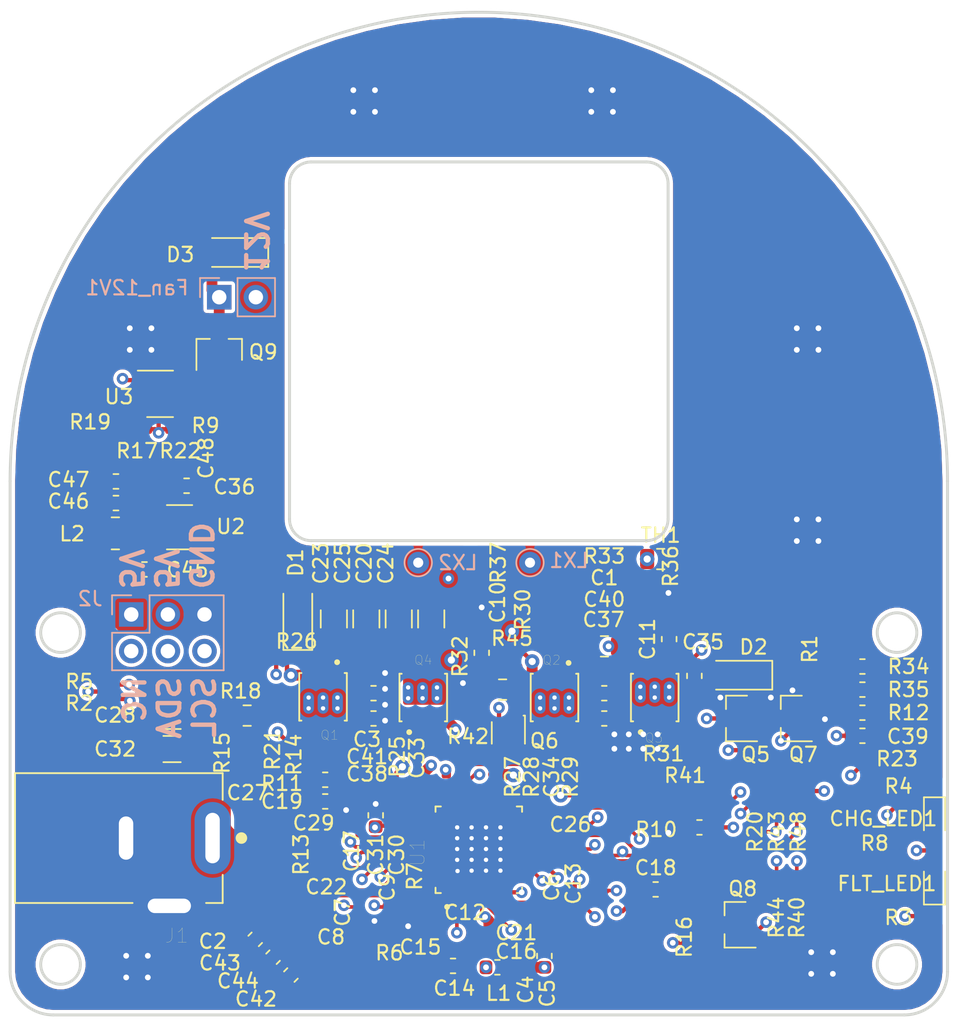
<source format=kicad_pcb>
(kicad_pcb (version 20171130) (host pcbnew "(5.1.6)-1")
  (layers (0 F.Cu signal) (1 In1.Cu mixed hide) (2 In2.Cu mixed) (31 B.Cu mixed hide) (34 B.Paste user) (35 F.Paste user) (36 B.SilkS user) (37 F.SilkS user) (38 B.Mask user) (39 F.Mask user) (44 Edge.Cuts user))
  (net 0 "")
  (net 1 Earth)
  (net 2 "Net-(C1-Pad2)")
  (net 3 VIN)
  (net 4 "Net-(C29-Pad2)")
  (net 5 VCC_5V)
  (net 6 LDO18)
  (net 7 "Net-(C7-Pad2)")
  (net 8 "Net-(C8-Pad1)")
  (net 9 "Net-(C9-Pad2)")
  (net 10 "Net-(C10-Pad2)")
  (net 11 "Net-(C10-Pad1)")
  (net 12 "Net-(C11-Pad1)")
  (net 13 "Net-(C12-Pad1)")
  (net 14 LDO33)
  (net 15 "Net-(C17-Pad2)")
  (net 16 VCOIL_OV)
  (net 17 "Net-(C19-Pad2)")
  (net 18 "Net-(C22-Pad2)")
  (net 19 ISNS_H)
  (net 20 ISNS_L)
  (net 21 "Net-(C33-Pad1)")
  (net 22 "Net-(C34-Pad1)")
  (net 23 "Net-(C35-Pad1)")
  (net 24 "Net-(C39-Pad2)")
  (net 25 "Net-(D1-Pad1)")
  (net 26 "Net-(D2-Pad1)")
  (net 27 "Net-(L1-Pad2)")
  (net 28 "Net-(Q1-Pad2)")
  (net 29 "Net-(Q2-Pad2)")
  (net 30 "Net-(Q3-Pad2)")
  (net 31 "Net-(Q4-Pad2)")
  (net 32 Q_DRV1)
  (net 33 "Net-(Q6-Pad3)")
  (net 34 "Net-(Q7-Pad3)")
  (net 35 Q_DRV2)
  (net 36 OVP_CTL)
  (net 37 "Net-(Q8-Pad3)")
  (net 38 "Net-(R3-Pad1)")
  (net 39 "Net-(R4-Pad1)")
  (net 40 "Net-(R7-Pad1)")
  (net 41 "Net-(R25-Pad2)")
  (net 42 "Net-(R27-Pad2)")
  (net 43 "Net-(R28-Pad2)")
  (net 44 "Net-(R29-Pad2)")
  (net 45 "Net-(R40-Pad2)")
  (net 46 "Net-(R43-Pad1)")
  (net 47 "Net-(U1-Pad13)")
  (net 48 "Net-(U1-Pad14)")
  (net 49 "Net-(U1-Pad21)")
  (net 50 "Net-(U1-Pad42)")
  (net 51 "Net-(U1-Pad43)")
  (net 52 "Net-(U1-Pad25)")
  (net 53 "Net-(U1-Pad26)")
  (net 54 "Net-(U1-Pad27)")
  (net 55 "Net-(U1-Pad28)")
  (net 56 "Net-(U1-Pad29)")
  (net 57 "Net-(Q5-Pad3)")
  (net 58 /coil1)
  (net 59 /coil2)
  (net 60 "Net-(C45-Pad1)")
  (net 61 "Net-(C45-Pad2)")
  (net 62 +5V)
  (net 63 /SDA)
  (net 64 /SCL)
  (net 65 "Net-(J2-Pad2)")
  (net 66 "Net-(D3-Pad2)")
  (net 67 "Net-(Q9-Pad1)")
  (net 68 "Net-(CHG_LED1-Pad1)")
  (net 69 "Net-(FLT_LED1-Pad1)")
  (net 70 /TS)
  (net 71 "Net-(C48-Pad2)")
  (net 72 "Net-(R17-Pad1)")
  (module Resistor_SMD:R_0805_2012Metric (layer F.Cu) (at 148.8125 77.5)
    (fp_text reference TH1 (at 0 -1.65) (layer F.SilkS))
    (fp_text value "10K Thermistor")
    (pad 2 smd roundrect (at 0.9375 0) (size 0.975 1.4) (layers F.Cu F.Paste F.Mask) (net 1 Earth))
    (pad 1 smd roundrect (at -0.9375 0) (size 0.975 1.4) (layers F.Cu F.Paste F.Mask) (net 70 /TS))
  )
  (module Package_TO_SOT_SMD:SOT-23-5 (layer F.Cu) (at 114.1 66.05)
    (fp_text reference U3 (at -2.85 0.2) (layer F.SilkS))
    (fp_text value LMV331)
    (pad 5 smd rect (at 1.1 -0.95) (size 1.06 0.65) (layers F.Cu F.Paste F.Mask) (net 14 LDO33))
    (pad 4 smd rect (at 1.1 0.95) (size 1.06 0.65) (layers F.Cu F.Paste F.Mask) (net 71 "Net-(C48-Pad2)"))
    (pad 3 smd rect (at -1.1 0.95) (size 1.06 0.65) (layers F.Cu F.Paste F.Mask) (net 72 "Net-(R17-Pad1)"))
    (pad 2 smd rect (at -1.1 0) (size 1.06 0.65) (layers F.Cu F.Paste F.Mask) (net 1 Earth))
    (pad 1 smd rect (at -1.1 -0.95) (size 1.06 0.65) (layers F.Cu F.Paste F.Mask) (net 70 /TS))
  )
  (module Resistor_SMD:R_0402_1005Metric (layer F.Cu) (at 117.2 66.5 90)
    (fp_text reference R9 (at -1.75 0.05 180) (layer F.SilkS))
    (fp_text value 1K)
    (pad 2 smd roundrect (at 0.485 0 90) (size 0.59 0.64) (layers F.Cu F.Paste F.Mask) (net 67 "Net-(Q9-Pad1)"))
    (pad 1 smd roundrect (at -0.485 0 90) (size 0.59 0.64) (layers F.Cu F.Paste F.Mask) (net 71 "Net-(C48-Pad2)"))
  )
  (module Package_TO_SOT_SMD:SOT-23 (layer F.Cu) (at 118.2 63 90)
    (fp_text reference Q9 (at -0.15 3.05 180) (layer F.SilkS))
    (fp_text value NTR4003N)
    (pad 3 smd rect (at 1 0 90) (size 0.9 0.8) (layers F.Cu F.Paste F.Mask) (net 66 "Net-(D3-Pad2)"))
    (pad 2 smd rect (at -1 0.95 90) (size 0.9 0.8) (layers F.Cu F.Paste F.Mask) (net 1 Earth))
    (pad 1 smd rect (at -1 -0.95 90) (size 0.9 0.8) (layers F.Cu F.Paste F.Mask) (net 67 "Net-(Q9-Pad1)"))
  )
  (module Connector_PinHeader_2.54mm:PinHeader_1x02_P2.54mm_Vertical (layer B.Cu) (at 118.2 59.35 270)
    (fp_text reference Fan_12V1 (at -0.65 5.7 180) (layer B.SilkS) (effects (justify mirror)))
    (fp_text value Conn_01x02)
    (pad 2 thru_hole oval (at 0 -2.54 270) (size 1.7 1.7) (drill 1) (layers *.Cu *.Mask) (net 3 VIN))
    (pad 1 thru_hole rect (at 0 0 270) (size 1.7 1.7) (drill 1) (layers *.Cu *.Mask) (net 66 "Net-(D3-Pad2)"))
  )
  (module Diode_SMD:D_SOD-123 (layer F.Cu) (at 119.35 56.25 180)
    (fp_text reference D3 (at 3.85 -0.15 180) (layer F.SilkS))
    (fp_text value MBR0530)
    (pad 2 smd rect (at 1.65 0 180) (size 0.9 1.2) (layers F.Cu F.Paste F.Mask) (net 66 "Net-(D3-Pad2)"))
    (pad 1 smd rect (at -1.65 0 180) (size 0.9 1.2) (layers F.Cu F.Paste F.Mask) (net 3 VIN))
  )
  (module Resistor_SMD:R_0402_1005Metric (layer F.Cu) (at 110.5 86.2 180)
    (fp_text reference R5 (at 2 0.2) (layer F.SilkS))
    (fp_text value 10K)
    (pad 1 smd roundrect (at -0.485 0 180) (size 0.59 0.64) (layers F.Cu F.Paste F.Mask) (net 63 /SDA))
    (pad 2 smd roundrect (at 0.485 0 180) (size 0.59 0.64) (layers F.Cu F.Paste F.Mask) (net 14 LDO33))
  )
  (module Resistor_SMD:R_0402_1005Metric (layer F.Cu) (at 110.5 87.2 180)
    (fp_text reference R2 (at 2 -0.3) (layer F.SilkS))
    (fp_text value 10K)
    (pad 2 smd roundrect (at 0.485 0 180) (size 0.59 0.64) (layers F.Cu F.Paste F.Mask) (net 14 LDO33))
    (pad 1 smd roundrect (at -0.485 0 180) (size 0.59 0.64) (layers F.Cu F.Paste F.Mask) (net 64 /SCL))
  )
  (module Custom:TRANS_DMP3017SFGQ-7_b (layer F.Cu) (at 132.35 87.1 90)
    (fp_text reference Q4 (at 2.6 0 180) (layer F.SilkS) (effects (font (size 0.64 0.64) (thickness 0.015))))
    (fp_text value DMG7430LFG)
    (pad 3 smd rect (at 0.45 0 90) (size 1.7 2.375) (layers F.Cu F.Paste F.Mask) (net 10 "Net-(C10-Pad2)"))
    (pad 2 smd rect (at -1.5 0.975 90) (size 0.7 0.42) (layers F.Cu F.Paste F.Mask) (net 31 "Net-(Q4-Pad2)"))
    (pad 1 smd rect (at -1.5 0.325 90) (size 0.7 0.42) (layers F.Cu F.Paste F.Mask) (net 1 Earth))
    (pad 1 smd rect (at -1.5 -0.325 90) (size 0.7 0.42) (layers F.Cu F.Paste F.Mask) (net 1 Earth))
    (pad 1 smd rect (at -1.5 -0.975 90) (size 0.7 0.42) (layers F.Cu F.Paste F.Mask) (net 1 Earth))
    (pad 3 smd rect (at 1.58 -0.975 90) (size 0.54 0.42) (layers F.Cu F.Paste F.Mask) (net 10 "Net-(C10-Pad2)"))
    (pad 3 smd rect (at 1.58 -0.325 90) (size 0.54 0.42) (layers F.Cu F.Paste F.Mask) (net 10 "Net-(C10-Pad2)"))
    (pad 3 smd rect (at 1.58 0.325 90) (size 0.54 0.42) (layers F.Cu F.Paste F.Mask) (net 10 "Net-(C10-Pad2)"))
    (pad 3 smd rect (at 1.58 0.975 90) (size 0.54 0.42) (layers F.Cu F.Paste F.Mask) (net 10 "Net-(C10-Pad2)"))
  )
  (module Custom:TRANS_DMP3017SFGQ-7_b (layer F.Cu) (at 148.4 87.1 90)
    (fp_text reference Q3 (at -2.8 -0.05 180) (layer F.SilkS) (effects (font (size 0.64 0.64) (thickness 0.015))))
    (fp_text value DMG7430LFG)
    (pad 3 smd rect (at 0.45 0 90) (size 1.7 2.375) (layers F.Cu F.Paste F.Mask) (net 58 /coil1))
    (pad 2 smd rect (at -1.5 0.975 90) (size 0.7 0.42) (layers F.Cu F.Paste F.Mask) (net 30 "Net-(Q3-Pad2)"))
    (pad 1 smd rect (at -1.5 0.325 90) (size 0.7 0.42) (layers F.Cu F.Paste F.Mask) (net 1 Earth))
    (pad 1 smd rect (at -1.5 -0.325 90) (size 0.7 0.42) (layers F.Cu F.Paste F.Mask) (net 1 Earth))
    (pad 1 smd rect (at -1.5 -0.975 90) (size 0.7 0.42) (layers F.Cu F.Paste F.Mask) (net 1 Earth))
    (pad 3 smd rect (at 1.58 -0.975 90) (size 0.54 0.42) (layers F.Cu F.Paste F.Mask) (net 58 /coil1))
    (pad 3 smd rect (at 1.58 -0.325 90) (size 0.54 0.42) (layers F.Cu F.Paste F.Mask) (net 58 /coil1))
    (pad 3 smd rect (at 1.58 0.325 90) (size 0.54 0.42) (layers F.Cu F.Paste F.Mask) (net 58 /coil1))
    (pad 3 smd rect (at 1.58 0.975 90) (size 0.54 0.42) (layers F.Cu F.Paste F.Mask) (net 58 /coil1))
  )
  (module Custom:TRANS_DMP3017SFGQ-7_b (layer F.Cu) (at 141.45 87.1 270)
    (fp_text reference Q2 (at -2.6 0.2 180) (layer F.SilkS) (effects (font (size 0.64 0.64) (thickness 0.015))))
    (fp_text value DMG7430LFG)
    (pad 3 smd rect (at 0.45 0 270) (size 1.7 2.375) (layers F.Cu F.Paste F.Mask) (net 2 "Net-(C1-Pad2)"))
    (pad 2 smd rect (at -1.5 0.975 270) (size 0.7 0.42) (layers F.Cu F.Paste F.Mask) (net 29 "Net-(Q2-Pad2)"))
    (pad 1 smd rect (at -1.5 0.325 270) (size 0.7 0.42) (layers F.Cu F.Paste F.Mask) (net 58 /coil1))
    (pad 1 smd rect (at -1.5 -0.325 270) (size 0.7 0.42) (layers F.Cu F.Paste F.Mask) (net 58 /coil1))
    (pad 1 smd rect (at -1.5 -0.975 270) (size 0.7 0.42) (layers F.Cu F.Paste F.Mask) (net 58 /coil1))
    (pad 3 smd rect (at 1.58 -0.975 270) (size 0.54 0.42) (layers F.Cu F.Paste F.Mask) (net 2 "Net-(C1-Pad2)"))
    (pad 3 smd rect (at 1.58 -0.325 270) (size 0.54 0.42) (layers F.Cu F.Paste F.Mask) (net 2 "Net-(C1-Pad2)"))
    (pad 3 smd rect (at 1.58 0.325 270) (size 0.54 0.42) (layers F.Cu F.Paste F.Mask) (net 2 "Net-(C1-Pad2)"))
    (pad 3 smd rect (at 1.58 0.975 270) (size 0.54 0.42) (layers F.Cu F.Paste F.Mask) (net 2 "Net-(C1-Pad2)"))
  )
  (module Custom:TRANS_DMP3017SFGQ-7_b (layer F.Cu) (at 125.4 87.05 270)
    (fp_text reference Q1 (at 2.65 -0.45 180) (layer F.SilkS) (effects (font (size 0.64 0.64) (thickness 0.015))))
    (fp_text value DMG7430LFG)
    (pad 3 smd rect (at 0.45 0 270) (size 1.7 2.375) (layers F.Cu F.Paste F.Mask) (net 4 "Net-(C29-Pad2)"))
    (pad 2 smd rect (at -1.5 0.975 270) (size 0.7 0.42) (layers F.Cu F.Paste F.Mask) (net 28 "Net-(Q1-Pad2)"))
    (pad 1 smd rect (at -1.5 0.325 270) (size 0.7 0.42) (layers F.Cu F.Paste F.Mask) (net 10 "Net-(C10-Pad2)"))
    (pad 1 smd rect (at -1.5 -0.325 270) (size 0.7 0.42) (layers F.Cu F.Paste F.Mask) (net 10 "Net-(C10-Pad2)"))
    (pad 1 smd rect (at -1.5 -0.975 270) (size 0.7 0.42) (layers F.Cu F.Paste F.Mask) (net 10 "Net-(C10-Pad2)"))
    (pad 3 smd rect (at 1.58 -0.975 270) (size 0.54 0.42) (layers F.Cu F.Paste F.Mask) (net 4 "Net-(C29-Pad2)"))
    (pad 3 smd rect (at 1.58 -0.325 270) (size 0.54 0.42) (layers F.Cu F.Paste F.Mask) (net 4 "Net-(C29-Pad2)"))
    (pad 3 smd rect (at 1.58 0.325 270) (size 0.54 0.42) (layers F.Cu F.Paste F.Mask) (net 4 "Net-(C29-Pad2)"))
    (pad 3 smd rect (at 1.58 0.975 270) (size 0.54 0.42) (layers F.Cu F.Paste F.Mask) (net 4 "Net-(C29-Pad2)"))
  )
  (module Capacitor_SMD:C_0402_1005Metric (layer F.Cu) (at 136.25 92.915 90)
    (fp_text reference C34 (at 0.315 5 90) (layer F.SilkS))
    (fp_text value 0.1uF)
    (pad 2 smd roundrect (at 0.485 0 90) (size 0.59 0.64) (layers F.Cu F.Paste F.Mask) (net 58 /coil1))
    (pad 1 smd roundrect (at -0.485 0 90) (size 0.59 0.64) (layers F.Cu F.Paste F.Mask) (net 22 "Net-(C34-Pad1)"))
  )
  (module Capacitor_SMD:C_0402_1005Metric (layer F.Cu) (at 141.35 102.3 90)
    (fp_text reference C6 (at 2.05 -0.1 90) (layer F.SilkS))
    (fp_text value 1uF)
    (pad 2 smd roundrect (at 0.485 0 90) (size 0.59 0.64) (layers F.Cu F.Paste F.Mask) (net 6 LDO18))
    (pad 1 smd roundrect (at -0.485 0 90) (size 0.59 0.64) (layers F.Cu F.Paste F.Mask) (net 1 Earth))
  )
  (module Capacitor_SMD:C_0402_1005Metric (layer F.Cu) (at 127.95 102.1 90)
    (fp_text reference C7 (at 0.1 -1.2 90) (layer F.SilkS))
    (fp_text value 56pF)
    (pad 1 smd roundrect (at -0.485 0 90) (size 0.59 0.64) (layers F.Cu F.Paste F.Mask) (net 1 Earth))
    (pad 2 smd roundrect (at 0.485 0 90) (size 0.59 0.64) (layers F.Cu F.Paste F.Mask) (net 7 "Net-(C7-Pad2)"))
  )
  (module Custom:QFN40P600X600X100-49N (layer F.Cu) (at 136.2 97.65 90)
    (fp_text reference U1 (at -0.2 -4.25 90) (layer F.SilkS) (effects (font (thickness 0.015))))
    (fp_text value P9242-RNDGI8)
    (pad 13 smd rect (at -2.2 2.95 90) (size 0.22 0.81) (layers F.Cu F.Paste F.Mask) (net 47 "Net-(U1-Pad13)"))
    (pad 14 smd rect (at -1.8 2.95 90) (size 0.22 0.81) (layers F.Cu F.Paste F.Mask) (net 48 "Net-(U1-Pad14)"))
    (pad 15 smd rect (at -1.4 2.95 90) (size 0.22 0.81) (layers F.Cu F.Paste F.Mask) (net 64 /SCL))
    (pad 16 smd rect (at -1 2.95 90) (size 0.22 0.81) (layers F.Cu F.Paste F.Mask) (net 63 /SDA))
    (pad 17 smd rect (at -0.6 2.95 90) (size 0.22 0.81) (layers F.Cu F.Paste F.Mask) (net 45 "Net-(R40-Pad2)"))
    (pad 18 smd rect (at -0.2 2.95 90) (size 0.22 0.81) (layers F.Cu F.Paste F.Mask) (net 46 "Net-(R43-Pad1)"))
    (pad 19 smd rect (at 0.2 2.95 90) (size 0.22 0.81) (layers F.Cu F.Paste F.Mask) (net 16 VCOIL_OV))
    (pad 20 smd rect (at 0.6 2.95 90) (size 0.22 0.81) (layers F.Cu F.Paste F.Mask) (net 70 /TS))
    (pad 21 smd rect (at 1 2.95 90) (size 0.22 0.81) (layers F.Cu F.Paste F.Mask) (net 49 "Net-(U1-Pad21)"))
    (pad 22 smd rect (at 1.4 2.95 90) (size 0.22 0.81) (layers F.Cu F.Paste F.Mask) (net 36 OVP_CTL))
    (pad 23 smd rect (at 1.8 2.95 90) (size 0.22 0.81) (layers F.Cu F.Paste F.Mask) (net 32 Q_DRV1))
    (pad 24 smd rect (at 2.2 2.95 90) (size 0.22 0.81) (layers F.Cu F.Paste F.Mask) (net 35 Q_DRV2))
    (pad 37 smd rect (at 2.2 -2.95 90) (size 0.22 0.81) (layers F.Cu F.Paste F.Mask) (net 21 "Net-(C33-Pad1)"))
    (pad 38 smd rect (at 1.8 -2.95 90) (size 0.22 0.81) (layers F.Cu F.Paste F.Mask) (net 41 "Net-(R25-Pad2)"))
    (pad 39 smd rect (at 1.4 -2.95 90) (size 0.22 0.81) (layers F.Cu F.Paste F.Mask) (net 5 VCC_5V))
    (pad 40 smd rect (at 1 -2.95 90) (size 0.22 0.81) (layers F.Cu F.Paste F.Mask) (net 4 "Net-(C29-Pad2)"))
    (pad 41 smd rect (at 0.6 -2.95 90) (size 0.22 0.81) (layers F.Cu F.Paste F.Mask) (net 1 Earth))
    (pad 42 smd rect (at 0.2 -2.95 90) (size 0.22 0.81) (layers F.Cu F.Paste F.Mask) (net 50 "Net-(U1-Pad42)"))
    (pad 43 smd rect (at -0.2 -2.95 90) (size 0.22 0.81) (layers F.Cu F.Paste F.Mask) (net 51 "Net-(U1-Pad43)"))
    (pad 44 smd rect (at -0.6 -2.95 90) (size 0.22 0.81) (layers F.Cu F.Paste F.Mask) (net 15 "Net-(C17-Pad2)"))
    (pad 45 smd rect (at -1 -2.95 90) (size 0.22 0.81) (layers F.Cu F.Paste F.Mask) (net 7 "Net-(C7-Pad2)"))
    (pad 46 smd rect (at -1.4 -2.95 90) (size 0.22 0.81) (layers F.Cu F.Paste F.Mask) (net 9 "Net-(C9-Pad2)"))
    (pad 47 smd rect (at -1.8 -2.95 90) (size 0.22 0.81) (layers F.Cu F.Paste F.Mask) (net 20 ISNS_L))
    (pad 48 smd rect (at -2.2 -2.95 90) (size 0.22 0.81) (layers F.Cu F.Paste F.Mask) (net 19 ISNS_H))
    (pad 1 smd rect (at -2.95 -2.2 90) (size 0.81 0.22) (layers F.Cu F.Paste F.Mask) (net 40 "Net-(R7-Pad1)"))
    (pad 2 smd rect (at -2.95 -1.8 90) (size 0.81 0.22) (layers F.Cu F.Paste F.Mask) (net 1 Earth))
    (pad 3 smd rect (at -2.95 -1.4 90) (size 0.81 0.22) (layers F.Cu F.Paste F.Mask) (net 13 "Net-(C12-Pad1)"))
    (pad 4 smd rect (at -2.95 -1 90) (size 0.81 0.22) (layers F.Cu F.Paste F.Mask) (net 3 VIN))
    (pad 5 smd rect (at -2.95 -0.6 90) (size 0.81 0.22) (layers F.Cu F.Paste F.Mask) (net 27 "Net-(L1-Pad2)"))
    (pad 6 smd rect (at -2.95 -0.2 90) (size 0.81 0.22) (layers F.Cu F.Paste F.Mask) (net 1 Earth))
    (pad 7 smd rect (at -2.95 0.2 90) (size 0.81 0.22) (layers F.Cu F.Paste F.Mask) (net 14 LDO33))
    (pad 8 smd rect (at -2.95 0.6 90) (size 0.81 0.22) (layers F.Cu F.Paste F.Mask) (net 5 VCC_5V))
    (pad 9 smd rect (at -2.95 1 90) (size 0.81 0.22) (layers F.Cu F.Paste F.Mask) (net 6 LDO18))
    (pad 10 smd rect (at -2.95 1.4 90) (size 0.81 0.22) (layers F.Cu F.Paste F.Mask) (net 38 "Net-(R3-Pad1)"))
    (pad 11 smd rect (at -2.95 1.8 90) (size 0.81 0.22) (layers F.Cu F.Paste F.Mask) (net 39 "Net-(R4-Pad1)"))
    (pad 12 smd rect (at -2.95 2.2 90) (size 0.81 0.22) (layers F.Cu F.Paste F.Mask) (net 14 LDO33))
    (pad 25 smd rect (at 2.95 2.2 90) (size 0.81 0.22) (layers F.Cu F.Paste F.Mask) (net 52 "Net-(U1-Pad25)"))
    (pad 26 smd rect (at 2.95 1.8 90) (size 0.81 0.22) (layers F.Cu F.Paste F.Mask) (net 53 "Net-(U1-Pad26)"))
    (pad 27 smd rect (at 2.95 1.4 90) (size 0.81 0.22) (layers F.Cu F.Paste F.Mask) (net 54 "Net-(U1-Pad27)"))
    (pad 28 smd rect (at 2.95 1 90) (size 0.81 0.22) (layers F.Cu F.Paste F.Mask) (net 55 "Net-(U1-Pad28)"))
    (pad 29 smd rect (at 2.95 0.6 90) (size 0.81 0.22) (layers F.Cu F.Paste F.Mask) (net 56 "Net-(U1-Pad29)"))
    (pad 30 smd rect (at 2.95 0.2 90) (size 0.81 0.22) (layers F.Cu F.Paste F.Mask) (net 44 "Net-(R29-Pad2)"))
    (pad 31 smd rect (at 2.95 -0.2 90) (size 0.81 0.22) (layers F.Cu F.Paste F.Mask) (net 22 "Net-(C34-Pad1)"))
    (pad 32 smd rect (at 2.95 -0.6 90) (size 0.81 0.22) (layers F.Cu F.Paste F.Mask) (net 58 /coil1))
    (pad 33 smd rect (at 2.95 -1 90) (size 0.81 0.22) (layers F.Cu F.Paste F.Mask) (net 43 "Net-(R28-Pad2)"))
    (pad 34 smd rect (at 2.95 -1.4 90) (size 0.81 0.22) (layers F.Cu F.Paste F.Mask) (net 1 Earth))
    (pad 35 smd rect (at 2.95 -1.8 90) (size 0.81 0.22) (layers F.Cu F.Paste F.Mask) (net 42 "Net-(R27-Pad2)"))
    (pad 36 smd rect (at 2.95 -2.2 90) (size 0.81 0.22) (layers F.Cu F.Paste F.Mask) (net 10 "Net-(C10-Pad2)"))
    (pad 49 smd rect (at 0 0 90) (size 4.2 4.2) (layers F.Cu F.Mask) (net 1 Earth))
  )
  (module Capacitor_SMD:C_0402_1005Metric (layer F.Cu) (at 127.165 95.8)
    (fp_text reference C29 (at -2.415 0) (layer F.SilkS))
    (fp_text value 0.1uF)
    (pad 2 smd roundrect (at 0.485 0) (size 0.59 0.64) (layers F.Cu F.Paste F.Mask) (net 4 "Net-(C29-Pad2)"))
    (pad 1 smd roundrect (at -0.485 0) (size 0.59 0.64) (layers F.Cu F.Paste F.Mask) (net 1 Earth))
  )
  (module Resistor_SMD:R_0805_2012Metric (layer F.Cu) (at 144.9125 83.55 180)
    (fp_text reference R33 (at 0.0125 6.25) (layer F.SilkS))
    (fp_text value 3)
    (pad 2 smd roundrect (at 0.9375 0 180) (size 0.975 1.4) (layers F.Cu F.Paste F.Mask) (net 2 "Net-(C1-Pad2)"))
    (pad 1 smd roundrect (at -0.9375 0 180) (size 0.975 1.4) (layers F.Cu F.Paste F.Mask) (net 57 "Net-(Q5-Pad3)"))
  )
  (module Capacitor_SMD:C_0402_1005Metric (layer F.Cu) (at 144.9 85.3 180)
    (fp_text reference C1 (at 0 6.5) (layer F.SilkS))
    (fp_text value 0.1uF)
    (pad 1 smd roundrect (at -0.485 0 180) (size 0.59 0.64) (layers F.Cu F.Paste F.Mask) (net 1 Earth))
    (pad 2 smd roundrect (at 0.485 0 180) (size 0.59 0.64) (layers F.Cu F.Paste F.Mask) (net 2 "Net-(C1-Pad2)"))
  )
  (module Capacitor_SMD:C_0402_1005Metric (layer F.Cu) (at 119.635817 102.798962 225)
    (fp_text reference C2 (at 2.182736 0.484212) (layer F.SilkS))
    (fp_text value 0.1uF)
    (pad 1 smd roundrect (at -0.485 0 225) (size 0.59 0.64) (layers F.Cu F.Paste F.Mask) (net 3 VIN))
    (pad 2 smd roundrect (at 0.485 0 225) (size 0.59 0.64) (layers F.Cu F.Paste F.Mask) (net 1 Earth))
  )
  (module Capacitor_SMD:C_0402_1005Metric (layer F.Cu) (at 128.885 85.3 180)
    (fp_text reference C3 (at 0.435 -4.7) (layer F.SilkS))
    (fp_text value 0.1uF)
    (pad 2 smd roundrect (at 0.485 0 180) (size 0.59 0.64) (layers F.Cu F.Paste F.Mask) (net 4 "Net-(C29-Pad2)"))
    (pad 1 smd roundrect (at -0.485 0 180) (size 0.59 0.64) (layers F.Cu F.Paste F.Mask) (net 1 Earth))
  )
  (module Capacitor_SMD:C_0402_1005Metric (layer F.Cu) (at 139.55 105.1 270)
    (fp_text reference C4 (at 2.25 0.1 270) (layer F.SilkS))
    (fp_text value 0.1uF)
    (pad 2 smd roundrect (at 0.485 0 270) (size 0.59 0.64) (layers F.Cu F.Paste F.Mask) (net 5 VCC_5V))
    (pad 1 smd roundrect (at -0.485 0 270) (size 0.59 0.64) (layers F.Cu F.Paste F.Mask) (net 1 Earth))
  )
  (module Capacitor_SMD:C_0603_1608Metric (layer F.Cu) (at 140.75 105.0125 270)
    (fp_text reference C5 (at 2.5875 -0.2 270) (layer F.SilkS))
    (fp_text value 10uF)
    (pad 1 smd roundrect (at -0.7875 0 270) (size 0.875 0.95) (layers F.Cu F.Paste F.Mask) (net 1 Earth))
    (pad 2 smd roundrect (at 0.7875 0 270) (size 0.875 0.95) (layers F.Cu F.Paste F.Mask) (net 5 VCC_5V))
  )
  (module Capacitor_SMD:C_0402_1005Metric (layer F.Cu) (at 127.95 103.6 180)
    (fp_text reference C8 (at 2 -0.1) (layer F.SilkS))
    (fp_text value 6.8nF)
    (pad 1 smd roundrect (at -0.485 0 180) (size 0.59 0.64) (layers F.Cu F.Paste F.Mask) (net 8 "Net-(C8-Pad1)"))
    (pad 2 smd roundrect (at 0.485 0 180) (size 0.59 0.64) (layers F.Cu F.Paste F.Mask) (net 7 "Net-(C7-Pad2)"))
  )
  (module Capacitor_SMD:C_0402_1005Metric (layer F.Cu) (at 129.85 102.1 90)
    (fp_text reference C9 (at 1.85 0 90) (layer F.SilkS))
    (fp_text value 56pF)
    (pad 1 smd roundrect (at -0.485 0 90) (size 0.59 0.64) (layers F.Cu F.Paste F.Mask) (net 1 Earth))
    (pad 2 smd roundrect (at 0.485 0 90) (size 0.59 0.64) (layers F.Cu F.Paste F.Mask) (net 9 "Net-(C9-Pad2)"))
  )
  (module Capacitor_SMD:C_0603_1608Metric (layer F.Cu) (at 136.4 84 270)
    (fp_text reference C10 (at -3.5 -1.1 90) (layer F.SilkS))
    (fp_text value 22nF)
    (pad 2 smd roundrect (at 0.7875 0 270) (size 0.875 0.95) (layers F.Cu F.Paste F.Mask) (net 10 "Net-(C10-Pad2)"))
    (pad 1 smd roundrect (at -0.7875 0 270) (size 0.875 0.95) (layers F.Cu F.Paste F.Mask) (net 11 "Net-(C10-Pad1)"))
  )
  (module Capacitor_SMD:C_0603_1608Metric (layer F.Cu) (at 149.4 83.05 270)
    (fp_text reference C11 (at 0 1.5 90) (layer F.SilkS))
    (fp_text value 22nF)
    (pad 2 smd roundrect (at 0.7875 0 270) (size 0.875 0.95) (layers F.Cu F.Paste F.Mask) (net 58 /coil1))
    (pad 1 smd roundrect (at -0.7875 0 270) (size 0.875 0.95) (layers F.Cu F.Paste F.Mask) (net 12 "Net-(C11-Pad1)"))
  )
  (module Capacitor_SMD:C_0402_1005Metric (layer F.Cu) (at 132.785 101.85 180)
    (fp_text reference C12 (at -2.465 -0.15) (layer F.SilkS))
    (fp_text value 1uF)
    (pad 2 smd roundrect (at 0.485 0 180) (size 0.59 0.64) (layers F.Cu F.Paste F.Mask) (net 1 Earth))
    (pad 1 smd roundrect (at -0.485 0 180) (size 0.59 0.64) (layers F.Cu F.Paste F.Mask) (net 13 "Net-(C12-Pad1)"))
  )
  (module Capacitor_SMD:C_0402_1005Metric (layer F.Cu) (at 142.35 102.3 90)
    (fp_text reference C13 (at 2.3 0.4 90) (layer F.SilkS))
    (fp_text value 0.1uF)
    (pad 1 smd roundrect (at -0.485 0 90) (size 0.59 0.64) (layers F.Cu F.Paste F.Mask) (net 1 Earth))
    (pad 2 smd roundrect (at 0.485 0 90) (size 0.59 0.64) (layers F.Cu F.Paste F.Mask) (net 6 LDO18))
  )
  (module Capacitor_SMD:C_0603_1608Metric (layer F.Cu) (at 134.4125 105.7 180)
    (fp_text reference C14 (at -0.0875 -1.55) (layer F.SilkS))
    (fp_text value 10uF)
    (pad 2 smd roundrect (at 0.7875 0 180) (size 0.875 0.95) (layers F.Cu F.Paste F.Mask) (net 3 VIN))
    (pad 1 smd roundrect (at -0.7875 0 180) (size 0.875 0.95) (layers F.Cu F.Paste F.Mask) (net 1 Earth))
  )
  (module Capacitor_SMD:C_0402_1005Metric (layer F.Cu) (at 134.465 104.5 180)
    (fp_text reference C15 (at 2.315 0.1) (layer F.SilkS))
    (fp_text value 0.1uF)
    (pad 1 smd roundrect (at -0.485 0 180) (size 0.59 0.64) (layers F.Cu F.Paste F.Mask) (net 1 Earth))
    (pad 2 smd roundrect (at 0.485 0 180) (size 0.59 0.64) (layers F.Cu F.Paste F.Mask) (net 3 VIN))
  )
  (module Capacitor_SMD:C_0402_1005Metric (layer F.Cu) (at 136.415 104.5)
    (fp_text reference C16 (at 2.385 0.2) (layer F.SilkS))
    (fp_text value 1uF)
    (pad 2 smd roundrect (at 0.485 0) (size 0.59 0.64) (layers F.Cu F.Paste F.Mask) (net 14 LDO33))
    (pad 1 smd roundrect (at -0.485 0) (size 0.59 0.64) (layers F.Cu F.Paste F.Mask) (net 1 Earth))
  )
  (module Capacitor_SMD:C_0402_1005Metric (layer F.Cu) (at 126.125 97.475 270)
    (fp_text reference C17 (at 0.275 -1.25 270) (layer F.SilkS))
    (fp_text value 680pF)
    (pad 2 smd roundrect (at 0.485 0 270) (size 0.59 0.64) (layers F.Cu F.Paste F.Mask) (net 15 "Net-(C17-Pad2)"))
    (pad 1 smd roundrect (at -0.485 0 270) (size 0.59 0.64) (layers F.Cu F.Paste F.Mask) (net 1 Earth))
  )
  (module Capacitor_SMD:C_0603_1608Metric (layer F.Cu) (at 148.4625 100.4 180)
    (fp_text reference C18 (at 0 1.5) (layer F.SilkS))
    (fp_text value 1nF)
    (pad 2 smd roundrect (at 0.7875 0 180) (size 0.875 0.95) (layers F.Cu F.Paste F.Mask) (net 16 VCOIL_OV))
    (pad 1 smd roundrect (at -0.7875 0 180) (size 0.875 0.95) (layers F.Cu F.Paste F.Mask) (net 1 Earth))
  )
  (module Capacitor_SMD:C_0603_1608Metric (layer F.Cu) (at 125.55 94.3 180)
    (fp_text reference C19 (at 3 0) (layer F.SilkS))
    (fp_text value 5.6nF)
    (pad 2 smd roundrect (at 0.7875 0 180) (size 0.875 0.95) (layers F.Cu F.Paste F.Mask) (net 17 "Net-(C19-Pad2)"))
    (pad 1 smd roundrect (at -0.7875 0 180) (size 0.875 0.95) (layers F.Cu F.Paste F.Mask) (net 1 Earth))
  )
  (module Capacitor_SMD:C_1206_3216Metric (layer F.Cu) (at 130.65 81.65 90)
    (fp_text reference C20 (at 3.85 -2.4 90) (layer F.SilkS))
    (fp_text value 100nF)
    (pad 1 smd roundrect (at -1.4 0 90) (size 1.25 1.75) (layers F.Cu F.Paste F.Mask) (roundrect_rratio 0.2) (net 10 "Net-(C10-Pad2)"))
    (pad 2 smd roundrect (at 1.4 0 90) (size 1.25 1.75) (layers F.Cu F.Paste F.Mask) (roundrect_rratio 0.2) (net 59 /coil2))
  )
  (module Capacitor_SMD:C_0402_1005Metric (layer F.Cu) (at 136.415 103.5)
    (fp_text reference C21 (at 2.385 -0.1 180) (layer F.SilkS))
    (fp_text value 0.1uF)
    (pad 1 smd roundrect (at -0.485 0) (size 0.59 0.64) (layers F.Cu F.Paste F.Mask) (net 1 Earth))
    (pad 2 smd roundrect (at 0.485 0) (size 0.59 0.64) (layers F.Cu F.Paste F.Mask) (net 14 LDO33))
  )
  (module Capacitor_SMD:C_0402_1005Metric (layer F.Cu) (at 125.625 98.975 180)
    (fp_text reference C22 (at 0 -1.25) (layer F.SilkS))
    (fp_text value 22nF)
    (pad 1 smd roundrect (at -0.485 0 180) (size 0.59 0.64) (layers F.Cu F.Paste F.Mask) (net 15 "Net-(C17-Pad2)"))
    (pad 2 smd roundrect (at 0.485 0 180) (size 0.59 0.64) (layers F.Cu F.Paste F.Mask) (net 18 "Net-(C22-Pad2)"))
  )
  (module Capacitor_SMD:C_1206_3216Metric (layer F.Cu) (at 126.15 81.65 90)
    (fp_text reference C23 (at 3.85 -0.9 90) (layer F.SilkS))
    (fp_text value 100nF)
    (pad 2 smd roundrect (at 1.4 0 90) (size 1.25 1.75) (layers F.Cu F.Paste F.Mask) (roundrect_rratio 0.2) (net 59 /coil2))
    (pad 1 smd roundrect (at -1.4 0 90) (size 1.25 1.75) (layers F.Cu F.Paste F.Mask) (roundrect_rratio 0.2) (net 10 "Net-(C10-Pad2)"))
  )
  (module Capacitor_SMD:C_1206_3216Metric (layer F.Cu) (at 132.9 81.65 90)
    (fp_text reference C24 (at 3.85 -3.15 90) (layer F.SilkS))
    (fp_text value 100nF)
    (pad 1 smd roundrect (at -1.4 0 90) (size 1.25 1.75) (layers F.Cu F.Paste F.Mask) (roundrect_rratio 0.2) (net 10 "Net-(C10-Pad2)"))
    (pad 2 smd roundrect (at 1.4 0 90) (size 1.25 1.75) (layers F.Cu F.Paste F.Mask) (roundrect_rratio 0.2) (net 59 /coil2))
  )
  (module Capacitor_SMD:C_1206_3216Metric (layer F.Cu) (at 128.4 81.65 90)
    (fp_text reference C25 (at 3.85 -1.65 90) (layer F.SilkS))
    (fp_text value 68nF)
    (pad 2 smd roundrect (at 1.4 0 90) (size 1.25 1.75) (layers F.Cu F.Paste F.Mask) (roundrect_rratio 0.2) (net 59 /coil2))
    (pad 1 smd roundrect (at -1.4 0 90) (size 1.25 1.75) (layers F.Cu F.Paste F.Mask) (roundrect_rratio 0.2) (net 10 "Net-(C10-Pad2)"))
  )
  (module Capacitor_SMD:C_0402_1005Metric (layer F.Cu) (at 142.55 97 180)
    (fp_text reference C26 (at 0 1.1) (layer F.SilkS))
    (fp_text value 0.1uF)
    (pad 2 smd roundrect (at 0.485 0 180) (size 0.59 0.64) (layers F.Cu F.Paste F.Mask) (net 70 /TS))
    (pad 1 smd roundrect (at -0.485 0 180) (size 0.59 0.64) (layers F.Cu F.Paste F.Mask) (net 1 Earth))
  )
  (module Capacitor_SMD:C_0402_1005Metric (layer F.Cu) (at 120.15 92.45)
    (fp_text reference C27 (at 0.015 1.25) (layer F.SilkS))
    (fp_text value 1uF)
    (pad 1 smd roundrect (at -0.485 0) (size 0.59 0.64) (layers F.Cu F.Paste F.Mask) (net 19 ISNS_H))
    (pad 2 smd roundrect (at 0.485 0) (size 0.59 0.64) (layers F.Cu F.Paste F.Mask) (net 20 ISNS_L))
  )
  (module Capacitor_SMD:C_1206_3216Metric (layer F.Cu) (at 114.93 88.37)
    (fp_text reference C28 (at -3.95 -0.05) (layer F.SilkS))
    (fp_text value 22uF)
    (pad 2 smd roundrect (at 1.4 0) (size 1.25 1.75) (layers F.Cu F.Paste F.Mask) (roundrect_rratio 0.2) (net 3 VIN))
    (pad 1 smd roundrect (at -1.4 0) (size 1.25 1.75) (layers F.Cu F.Paste F.Mask) (roundrect_rratio 0.2) (net 1 Earth))
  )
  (module Capacitor_SMD:C_0402_1005Metric (layer F.Cu) (at 130.3 95.5 270)
    (fp_text reference C30 (at 2.5 -0.2 90) (layer F.SilkS))
    (fp_text value 0.1uF)
    (pad 2 smd roundrect (at 0.485 0 270) (size 0.59 0.64) (layers F.Cu F.Paste F.Mask) (net 5 VCC_5V))
    (pad 1 smd roundrect (at -0.485 0 270) (size 0.59 0.64) (layers F.Cu F.Paste F.Mask) (net 1 Earth))
  )
  (module Capacitor_SMD:C_0603_1608Metric (layer F.Cu) (at 129.05 95.2625 270)
    (fp_text reference C31 (at 2.7375 0 90) (layer F.SilkS))
    (fp_text value 10uF)
    (pad 2 smd roundrect (at 0.7875 0 270) (size 0.875 0.95) (layers F.Cu F.Paste F.Mask) (net 5 VCC_5V))
    (pad 1 smd roundrect (at -0.7875 0 270) (size 0.875 0.95) (layers F.Cu F.Paste F.Mask) (net 1 Earth))
  )
  (module Capacitor_SMD:C_1206_3216Metric (layer F.Cu) (at 114.93 90.67)
    (fp_text reference C32 (at -3.95 0) (layer F.SilkS))
    (fp_text value 22uF)
    (pad 1 smd roundrect (at -1.4 0) (size 1.25 1.75) (layers F.Cu F.Paste F.Mask) (roundrect_rratio 0.2) (net 1 Earth))
    (pad 2 smd roundrect (at 1.4 0) (size 1.25 1.75) (layers F.Cu F.Paste F.Mask) (roundrect_rratio 0.2) (net 3 VIN))
  )
  (module Capacitor_SMD:C_0402_1005Metric (layer F.Cu) (at 131.9 93.535 90)
    (fp_text reference C33 (at 2.25 0 90) (layer F.SilkS))
    (fp_text value 0.1uF)
    (pad 2 smd roundrect (at 0.485 0 90) (size 0.59 0.64) (layers F.Cu F.Paste F.Mask) (net 10 "Net-(C10-Pad2)"))
    (pad 1 smd roundrect (at -0.485 0 90) (size 0.59 0.64) (layers F.Cu F.Paste F.Mask) (net 21 "Net-(C33-Pad1)"))
  )
  (module Capacitor_SMD:C_0603_1608Metric (layer F.Cu) (at 151.15 85.6 90)
    (fp_text reference C35 (at 2.35 0.6 180) (layer F.SilkS))
    (fp_text value 5.6nF)
    (pad 1 smd roundrect (at -0.7875 0 90) (size 0.875 0.95) (layers F.Cu F.Paste F.Mask) (net 23 "Net-(C35-Pad1)"))
    (pad 2 smd roundrect (at 0.7875 0 90) (size 0.875 0.95) (layers F.Cu F.Paste F.Mask) (net 59 /coil2))
  )
  (module Capacitor_SMD:C_0603_1608Metric (layer F.Cu) (at 144.9 88.55 180)
    (fp_text reference C37 (at 0.05 6.85) (layer F.SilkS))
    (fp_text value 10uF)
    (pad 2 smd roundrect (at 0.7875 0 180) (size 0.875 0.95) (layers F.Cu F.Paste F.Mask) (net 2 "Net-(C1-Pad2)"))
    (pad 1 smd roundrect (at -0.7875 0 180) (size 0.875 0.95) (layers F.Cu F.Paste F.Mask) (net 1 Earth))
  )
  (module Capacitor_SMD:C_0603_1608Metric (layer F.Cu) (at 128.9 88.55 180)
    (fp_text reference C38 (at 0.45 -3.85) (layer F.SilkS))
    (fp_text value 10uF)
    (pad 1 smd roundrect (at -0.7875 0 180) (size 0.875 0.95) (layers F.Cu F.Paste F.Mask) (net 1 Earth))
    (pad 2 smd roundrect (at 0.7875 0 180) (size 0.875 0.95) (layers F.Cu F.Paste F.Mask) (net 4 "Net-(C29-Pad2)"))
  )
  (module Capacitor_SMD:C_0603_1608Metric (layer F.Cu) (at 162.8 89.75 180)
    (fp_text reference C39 (at -3.15 -0.05) (layer F.SilkS))
    (fp_text value 5.6nF)
    (pad 1 smd roundrect (at -0.7875 0 180) (size 0.875 0.95) (layers F.Cu F.Paste F.Mask) (net 1 Earth))
    (pad 2 smd roundrect (at 0.7875 0 180) (size 0.875 0.95) (layers F.Cu F.Paste F.Mask) (net 24 "Net-(C39-Pad2)"))
  )
  (module Capacitor_SMD:C_0603_1608Metric (layer F.Cu) (at 144.9 86.8 180)
    (fp_text reference C40 (at 0 6.5) (layer F.SilkS))
    (fp_text value 10uF)
    (pad 1 smd roundrect (at -0.7875 0 180) (size 0.875 0.95) (layers F.Cu F.Paste F.Mask) (net 1 Earth))
    (pad 2 smd roundrect (at 0.7875 0 180) (size 0.875 0.95) (layers F.Cu F.Paste F.Mask) (net 2 "Net-(C1-Pad2)"))
  )
  (module Capacitor_SMD:C_0603_1608Metric (layer F.Cu) (at 128.9 86.8 180)
    (fp_text reference C41 (at 0.45 -4.4) (layer F.SilkS))
    (fp_text value 10uF)
    (pad 2 smd roundrect (at 0.7875 0 180) (size 0.875 0.95) (layers F.Cu F.Paste F.Mask) (net 4 "Net-(C29-Pad2)"))
    (pad 1 smd roundrect (at -0.7875 0 180) (size 0.875 0.95) (layers F.Cu F.Paste F.Mask) (net 1 Earth))
  )
  (module Capacitor_SMD:C_0603_1608Metric (layer F.Cu) (at 123.171351 106.334496 225)
    (fp_text reference C42 (at 2.889843 0.534465) (layer F.SilkS))
    (fp_text value 0.1uF)
    (pad 1 smd roundrect (at -0.7875 0 225) (size 0.875 0.95) (layers F.Cu F.Paste F.Mask) (net 3 VIN))
    (pad 2 smd roundrect (at 0.7875 0 225) (size 0.875 0.95) (layers F.Cu F.Paste F.Mask) (net 1 Earth))
  )
  (module Capacitor_SMD:C_0603_1608Metric (layer F.Cu) (at 120.696477 103.859622 225)
    (fp_text reference C43 (at 2.889843 0.569998) (layer F.SilkS))
    (fp_text value 1uF)
    (pad 1 smd roundrect (at -0.7875 0 225) (size 0.875 0.95) (layers F.Cu F.Paste F.Mask) (net 3 VIN))
    (pad 2 smd roundrect (at 0.7875 0 225) (size 0.875 0.95) (layers F.Cu F.Paste F.Mask) (net 1 Earth))
  )
  (module Capacitor_SMD:C_0603_1608Metric (layer F.Cu) (at 121.933914 105.097059 225)
    (fp_text reference C44 (at 2.889843 0.552231) (layer F.SilkS))
    (fp_text value 4.7uF)
    (pad 1 smd roundrect (at -0.7875 0 225) (size 0.875 0.95) (layers F.Cu F.Paste F.Mask) (net 3 VIN))
    (pad 2 smd roundrect (at 0.7875 0 225) (size 0.875 0.95) (layers F.Cu F.Paste F.Mask) (net 1 Earth))
  )
  (module Diode_SMD:D_SOD-123 (layer F.Cu) (at 123.65 81.55 90)
    (fp_text reference D1 (at 3.8 -0.15 90) (layer F.SilkS))
    (fp_text value BAV21W)
    (pad 1 smd rect (at -1.65 0 90) (size 0.9 1.2) (layers F.Cu F.Paste F.Mask) (net 25 "Net-(D1-Pad1)"))
    (pad 2 smd rect (at 1.65 0 90) (size 0.9 1.2) (layers F.Cu F.Paste F.Mask) (net 59 /coil2))
  )
  (module Diode_SMD:D_SOD-123 (layer F.Cu) (at 154.3 85.55 180)
    (fp_text reference D2 (at -0.95 1.95) (layer F.SilkS))
    (fp_text value BAV21W)
    (pad 2 smd rect (at 1.65 0 180) (size 0.9 1.2) (layers F.Cu F.Paste F.Mask) (net 23 "Net-(C35-Pad1)"))
    (pad 1 smd rect (at -1.65 0 180) (size 0.9 1.2) (layers F.Cu F.Paste F.Mask) (net 26 "Net-(D2-Pad1)"))
  )
  (module Custom:CUI_PJ-002AH (layer F.Cu) (at 117.74 96.84 180)
    (fp_text reference J1 (at 2.485118 -6.76532) (layer F.SilkS) (effects (font (size 1.000047 1.000047) (thickness 0.015))))
    (fp_text value Barrel_Jack_Switch)
    (pad 1 thru_hole oval (at 0 0 180) (size 2.5 5) (drill oval 1 3.5) (layers *.Cu *.Mask) (net 3 VIN))
    (pad 2 thru_hole oval (at 6 0 180) (size 2.25 4.5) (drill oval 1 3) (layers *.Cu *.Mask) (net 1 Earth))
    (pad 3 thru_hole oval (at 3 -4.7 180) (size 4.5 2.25) (drill oval 3 1) (layers *.Cu *.Mask) (net 1 Earth))
  )
  (module Inductor_SMD:L_0603_1608Metric (layer F.Cu) (at 137.4875 105.8 180)
    (fp_text reference L1 (at -0.0875 -1.8) (layer F.SilkS))
    (fp_text value 4.7uH)
    (pad 1 smd roundrect (at -0.7875 0 180) (size 0.875 0.95) (layers F.Cu F.Paste F.Mask) (net 5 VCC_5V))
    (pad 2 smd roundrect (at 0.7875 0 180) (size 0.875 0.95) (layers F.Cu F.Paste F.Mask) (net 27 "Net-(L1-Pad2)"))
  )
  (module LED_SMD:LED_0603_1608Metric (layer F.Cu) (at 167.8 99.9625 90)
    (fp_text reference FLT_LED1 (at -0.0375 -3.3 180) (layer F.SilkS))
    (fp_text value RED)
    (pad 1 smd roundrect (at -0.7875 0 90) (size 0.875 0.95) (layers F.Cu F.Paste F.Mask) (net 69 "Net-(FLT_LED1-Pad1)"))
    (pad 2 smd roundrect (at 0.7875 0 90) (size 0.875 0.95) (layers F.Cu F.Paste F.Mask) (net 14 LDO33))
  )
  (module LED_SMD:LED_0603_1608Metric (layer F.Cu) (at 167.8 95.5 270)
    (fp_text reference CHG_LED1 (at 0 3.55 180) (layer F.SilkS))
    (fp_text value GREEN)
    (pad 2 smd roundrect (at 0.7875 0 270) (size 0.875 0.95) (layers F.Cu F.Paste F.Mask) (net 14 LDO33))
    (pad 1 smd roundrect (at -0.7875 0 270) (size 0.875 0.95) (layers F.Cu F.Paste F.Mask) (net 68 "Net-(CHG_LED1-Pad1)"))
  )
  (module TestPoint:TestPoint_THTPad_D1.5mm_Drill0.7mm (layer B.Cu) (at 139.75 77.75)
    (fp_text reference LX1 (at 2.7 -0.15) (layer B.SilkS) (effects (justify mirror)))
    (fp_text value MountingHole_Pad)
    (pad 1 thru_hole circle (at 0 0) (size 1.5 1.5) (drill 0.7) (layers *.Cu *.Mask) (net 58 /coil1))
  )
  (module TestPoint:TestPoint_THTPad_D1.5mm_Drill0.7mm (layer B.Cu) (at 132 77.75)
    (fp_text reference LX2 (at 2.75 0) (layer B.SilkS) (effects (justify mirror)))
    (fp_text value MountingHole_Pad)
    (pad 1 thru_hole circle (at 0 0) (size 1.5 1.5) (drill 0.7) (layers *.Cu *.Mask) (net 59 /coil2))
  )
  (module Package_TO_SOT_SMD:SOT-23 (layer F.Cu) (at 154.1 88.55 180)
    (fp_text reference Q5 (at -1.3 -2.5) (layer F.SilkS))
    (fp_text value 2N7002)
    (pad 1 smd rect (at -1 -0.95 180) (size 0.9 0.8) (layers F.Cu F.Paste F.Mask) (net 32 Q_DRV1))
    (pad 2 smd rect (at -1 0.95 180) (size 0.9 0.8) (layers F.Cu F.Paste F.Mask) (net 1 Earth))
    (pad 3 smd rect (at 1 0 180) (size 0.9 0.8) (layers F.Cu F.Paste F.Mask) (net 57 "Net-(Q5-Pad3)"))
  )
  (module Package_TO_SOT_SMD:Vishay_PowerPAK_SC70-6L_Single (layer F.Cu) (at 138.25 89.55 270)
    (fp_text reference Q6 (at 0.55 -2.5 180) (layer F.SilkS))
    (fp_text value SiA453EDJ)
    (pad 3 smd rect (at -0.925 0.65 270) (size 0.35 0.3) (layers F.Cu F.Paste F.Mask) (net 33 "Net-(Q6-Pad3)"))
    (pad 4 smd rect (at 0.925 0.65 270) (size 0.35 0.3) (layers F.Cu F.Paste F.Mask) (net 4 "Net-(C29-Pad2)"))
    (pad 4 smd rect (at 0.04 0.65 270) (size 0.87 0.235) (layers F.Cu F.Paste F.Mask) (net 4 "Net-(C29-Pad2)"))
    (pad 1 smd custom (at 0 -0.325 270) (size 1.5 0.95) (layers F.Cu F.Mask) (net 2 "Net-(C1-Pad2)") (options (clearance outline) (anchor rect)) (primitives (gr_poly (pts (xy -1.1 -0.475) (xy 1.1 -0.475) (xy 1.1 -0.175) (xy -1.1 -0.175)) (width 0)) (gr_poly (pts (xy -1.1 0.175) (xy 1.1 0.175) (xy 1.1 0.475) (xy -1.1 0.475)) (width 0))))
  )
  (module Package_TO_SOT_SMD:SOT-23 (layer F.Cu) (at 157.9 88.55 180)
    (fp_text reference Q7 (at -0.8 -2.5) (layer F.SilkS))
    (fp_text value 2N7002)
    (pad 3 smd rect (at 1 0 180) (size 0.9 0.8) (layers F.Cu F.Paste F.Mask) (net 34 "Net-(Q7-Pad3)"))
    (pad 2 smd rect (at -1 0.95 180) (size 0.9 0.8) (layers F.Cu F.Paste F.Mask) (net 1 Earth))
    (pad 1 smd rect (at -1 -0.95 180) (size 0.9 0.8) (layers F.Cu F.Paste F.Mask) (net 35 Q_DRV2))
  )
  (module Package_TO_SOT_SMD:SOT-23 (layer F.Cu) (at 154 102.85 180)
    (fp_text reference Q8 (at -0.5 2.5) (layer F.SilkS))
    (fp_text value 2N7002)
    (pad 1 smd rect (at -1 -0.95 180) (size 0.9 0.8) (layers F.Cu F.Paste F.Mask) (net 36 OVP_CTL))
    (pad 2 smd rect (at -1 0.95 180) (size 0.9 0.8) (layers F.Cu F.Paste F.Mask) (net 1 Earth))
    (pad 3 smd rect (at 1 0 180) (size 0.9 0.8) (layers F.Cu F.Paste F.Mask) (net 37 "Net-(Q8-Pad3)"))
  )
  (module Resistor_SMD:R_0402_1005Metric (layer F.Cu) (at 159.15 85.635 90)
    (fp_text reference R1 (at 1.885 0 90) (layer F.SilkS))
    (fp_text value 1K)
    (pad 2 smd roundrect (at 0.485 0 90) (size 0.59 0.64) (layers F.Cu F.Paste F.Mask) (net 26 "Net-(D2-Pad1)"))
    (pad 1 smd roundrect (at -0.485 0 90) (size 0.59 0.64) (layers F.Cu F.Paste F.Mask) (net 24 "Net-(C39-Pad2)"))
  )
  (module Resistor_SMD:R_0402_1005Metric (layer F.Cu) (at 167.315 102.25)
    (fp_text reference R3 (at -2.015 0.1) (layer F.SilkS))
    (fp_text value 1K)
    (pad 1 smd roundrect (at -0.485 0) (size 0.59 0.64) (layers F.Cu F.Paste F.Mask) (net 38 "Net-(R3-Pad1)"))
    (pad 2 smd roundrect (at 0.485 0) (size 0.59 0.64) (layers F.Cu F.Paste F.Mask) (net 69 "Net-(FLT_LED1-Pad1)"))
  )
  (module Resistor_SMD:R_0402_1005Metric (layer F.Cu) (at 167.315 93.25)
    (fp_text reference R4 (at -2.015 0) (layer F.SilkS))
    (fp_text value 680)
    (pad 2 smd roundrect (at 0.485 0) (size 0.59 0.64) (layers F.Cu F.Paste F.Mask) (net 68 "Net-(CHG_LED1-Pad1)"))
    (pad 1 smd roundrect (at -0.485 0) (size 0.59 0.64) (layers F.Cu F.Paste F.Mask) (net 39 "Net-(R4-Pad1)"))
  )
  (module Resistor_SMD:R_0402_1005Metric (layer F.Cu) (at 129.9 103.6)
    (fp_text reference R6 (at 0.1 1.2) (layer F.SilkS))
    (fp_text value 10K)
    (pad 1 smd roundrect (at -0.485 0) (size 0.59 0.64) (layers F.Cu F.Paste F.Mask) (net 8 "Net-(C8-Pad1)"))
    (pad 2 smd roundrect (at 0.485 0) (size 0.59 0.64) (layers F.Cu F.Paste F.Mask) (net 9 "Net-(C9-Pad2)"))
  )
  (module Resistor_SMD:R_0402_1005Metric (layer F.Cu) (at 131.3 101.365 270)
    (fp_text reference R7 (at -1.865 -0.45 90) (layer F.SilkS))
    (fp_text value 1K)
    (pad 1 smd roundrect (at -0.485 0 270) (size 0.59 0.64) (layers F.Cu F.Paste F.Mask) (net 40 "Net-(R7-Pad1)"))
    (pad 2 smd roundrect (at 0.485 0 270) (size 0.59 0.64) (layers F.Cu F.Paste F.Mask) (net 1 Earth))
  )
  (module Resistor_SMD:R_0402_1005Metric (layer F.Cu) (at 161.75 97.25 180)
    (fp_text reference R8 (at -1.9 0.05) (layer F.SilkS))
    (fp_text value 100K)
    (pad 1 smd roundrect (at -0.485 0 180) (size 0.59 0.64) (layers F.Cu F.Paste F.Mask) (net 1 Earth))
    (pad 2 smd roundrect (at 0.485 0 180) (size 0.59 0.64) (layers F.Cu F.Paste F.Mask) (net 32 Q_DRV1))
  )
  (module Resistor_SMD:R_0603_1608Metric (layer F.Cu) (at 151.5 96.1 180)
    (fp_text reference R10 (at 3 -0.15) (layer F.SilkS))
    (fp_text value 390K)
    (pad 1 smd roundrect (at -0.7875 0 180) (size 0.875 0.95) (layers F.Cu F.Paste F.Mask) (net 24 "Net-(C39-Pad2)"))
    (pad 2 smd roundrect (at 0.7875 0 180) (size 0.875 0.95) (layers F.Cu F.Paste F.Mask) (net 16 VCOIL_OV))
  )
  (module Resistor_SMD:R_0603_1608Metric (layer F.Cu) (at 125.55 92.8)
    (fp_text reference R11 (at -3 0.25) (layer F.SilkS))
    (fp_text value 200K)
    (pad 1 smd roundrect (at -0.7875 0) (size 0.875 0.95) (layers F.Cu F.Paste F.Mask) (net 17 "Net-(C19-Pad2)"))
    (pad 2 smd roundrect (at 0.7875 0) (size 0.875 0.95) (layers F.Cu F.Paste F.Mask) (net 1 Earth))
  )
  (module Resistor_SMD:R_0603_1608Metric (layer F.Cu) (at 162.8 88.15)
    (fp_text reference R12 (at 3.2 0) (layer F.SilkS))
    (fp_text value 390K)
    (pad 2 smd roundrect (at 0.7875 0) (size 0.875 0.95) (layers F.Cu F.Paste F.Mask) (net 1 Earth))
    (pad 1 smd roundrect (at -0.7875 0) (size 0.875 0.95) (layers F.Cu F.Paste F.Mask) (net 24 "Net-(C39-Pad2)"))
  )
  (module Resistor_SMD:R_0402_1005Metric (layer F.Cu) (at 125.125 97.475 90)
    (fp_text reference R13 (at -0.5 -1.25 270) (layer F.SilkS))
    (fp_text value 10K)
    (pad 2 smd roundrect (at 0.485 0 90) (size 0.59 0.64) (layers F.Cu F.Paste F.Mask) (net 17 "Net-(C19-Pad2)"))
    (pad 1 smd roundrect (at -0.485 0 90) (size 0.59 0.64) (layers F.Cu F.Paste F.Mask) (net 18 "Net-(C22-Pad2)"))
  )
  (module Resistor_SMD:R_0402_1005Metric (layer F.Cu) (at 124.55 91.065 90)
    (fp_text reference R14 (at 0 -1.17 90) (layer F.SilkS))
    (fp_text value 2.4K)
    (pad 1 smd roundrect (at -0.485 0 90) (size 0.59 0.64) (layers F.Cu F.Paste F.Mask) (net 17 "Net-(C19-Pad2)"))
    (pad 2 smd roundrect (at 0.485 0 90) (size 0.59 0.64) (layers F.Cu F.Paste F.Mask) (net 25 "Net-(D1-Pad1)"))
  )
  (module Resistor_SMD:R_0402_1005Metric (layer F.Cu) (at 119.65 90.95 90)
    (fp_text reference R15 (at 0 -1.25 270) (layer F.SilkS))
    (fp_text value 10)
    (pad 1 smd roundrect (at -0.485 0 90) (size 0.59 0.64) (layers F.Cu F.Paste F.Mask) (net 19 ISNS_H))
    (pad 2 smd roundrect (at 0.485 0 90) (size 0.59 0.64) (layers F.Cu F.Paste F.Mask) (net 3 VIN))
  )
  (module Resistor_SMD:R_0402_1005Metric (layer F.Cu) (at 151.75 103.7 90)
    (fp_text reference R16 (at 0 -1.3 90) (layer F.SilkS))
    (fp_text value 10K)
    (pad 1 smd roundrect (at -0.485 0 90) (size 0.59 0.64) (layers F.Cu F.Paste F.Mask) (net 16 VCOIL_OV))
    (pad 2 smd roundrect (at 0.485 0 90) (size 0.59 0.64) (layers F.Cu F.Paste F.Mask) (net 37 "Net-(Q8-Pad3)"))
  )
  (module Resistor_SMD:R_0805_2012Metric (layer F.Cu) (at 120.1375 88.35 180)
    (fp_text reference R18 (at 0.45 1.7) (layer F.SilkS))
    (fp_text value 0.02)
    (pad 1 smd roundrect (at -0.9375 0 180) (size 0.975 1.4) (layers F.Cu F.Paste F.Mask) (net 4 "Net-(C29-Pad2)"))
    (pad 2 smd roundrect (at 0.9375 0 180) (size 0.975 1.4) (layers F.Cu F.Paste F.Mask) (net 3 VIN))
  )
  (module Resistor_SMD:R_0402_1005Metric (layer F.Cu) (at 155.45 94.065 270)
    (fp_text reference R20 (at 2.335 0.1 90) (layer F.SilkS))
    (fp_text value 10K)
    (pad 2 smd roundrect (at 0.485 0 270) (size 0.59 0.64) (layers F.Cu F.Paste F.Mask) (net 70 /TS))
    (pad 1 smd roundrect (at -0.485 0 270) (size 0.59 0.64) (layers F.Cu F.Paste F.Mask) (net 14 LDO33))
  )
  (module Resistor_SMD:R_0402_1005Metric (layer F.Cu) (at 120.65 90.95 90)
    (fp_text reference R21 (at 0.25 1.25 90) (layer F.SilkS))
    (fp_text value 10)
    (pad 1 smd roundrect (at -0.485 0 90) (size 0.59 0.64) (layers F.Cu F.Paste F.Mask) (net 20 ISNS_L))
    (pad 2 smd roundrect (at 0.485 0 90) (size 0.59 0.64) (layers F.Cu F.Paste F.Mask) (net 4 "Net-(C29-Pad2)"))
  )
  (module Resistor_SMD:R_0402_1005Metric (layer F.Cu) (at 162.7 91.35)
    (fp_text reference R23 (at 2.5 0) (layer F.SilkS))
    (fp_text value 10K)
    (pad 2 smd roundrect (at 0.485 0) (size 0.59 0.64) (layers F.Cu F.Paste F.Mask) (net 14 LDO33))
    (pad 1 smd roundrect (at -0.485 0) (size 0.59 0.64) (layers F.Cu F.Paste F.Mask) (net 35 Q_DRV2))
  )
  (module Resistor_SMD:R_0402_1005Metric (layer F.Cu) (at 130.5 93.6 270)
    (fp_text reference R25 (at -2.4 -0.05 270) (layer F.SilkS))
    (fp_text value 12)
    (pad 2 smd roundrect (at 0.485 0 270) (size 0.59 0.64) (layers F.Cu F.Paste F.Mask) (net 41 "Net-(R25-Pad2)"))
    (pad 1 smd roundrect (at -0.485 0 270) (size 0.59 0.64) (layers F.Cu F.Paste F.Mask) (net 28 "Net-(Q1-Pad2)"))
  )
  (module Resistor_SMD:R_0402_1005Metric (layer F.Cu) (at 123.385 84.4 180)
    (fp_text reference R26 (at -0.185 1.2) (layer F.SilkS))
    (fp_text value 100K)
    (pad 1 smd roundrect (at -0.485 0 180) (size 0.59 0.64) (layers F.Cu F.Paste F.Mask) (net 10 "Net-(C10-Pad2)"))
    (pad 2 smd roundrect (at 0.485 0 180) (size 0.59 0.64) (layers F.Cu F.Paste F.Mask) (net 28 "Net-(Q1-Pad2)"))
  )
  (module Resistor_SMD:R_0402_1005Metric (layer F.Cu) (at 133.95 92.9 270)
    (fp_text reference R27 (at -0.3 -4.6 90) (layer F.SilkS))
    (fp_text value 12)
    (pad 2 smd roundrect (at 0.485 0 270) (size 0.59 0.64) (layers F.Cu F.Paste F.Mask) (net 42 "Net-(R27-Pad2)"))
    (pad 1 smd roundrect (at -0.485 0 270) (size 0.59 0.64) (layers F.Cu F.Paste F.Mask) (net 31 "Net-(Q4-Pad2)"))
  )
  (module Resistor_SMD:R_0402_1005Metric (layer F.Cu) (at 134.95 92.9 270)
    (fp_text reference R28 (at -0.3 -4.9 90) (layer F.SilkS))
    (fp_text value 12)
    (pad 1 smd roundrect (at -0.485 0 270) (size 0.59 0.64) (layers F.Cu F.Paste F.Mask) (net 30 "Net-(Q3-Pad2)"))
    (pad 2 smd roundrect (at 0.485 0 270) (size 0.59 0.64) (layers F.Cu F.Paste F.Mask) (net 43 "Net-(R28-Pad2)"))
  )
  (module Resistor_SMD:R_0402_1005Metric (layer F.Cu) (at 137.225 92.915 270)
    (fp_text reference R29 (at -0.315 -5.325 90) (layer F.SilkS))
    (fp_text value 12)
    (pad 1 smd roundrect (at -0.485 0 270) (size 0.59 0.64) (layers F.Cu F.Paste F.Mask) (net 29 "Net-(Q2-Pad2)"))
    (pad 2 smd roundrect (at 0.485 0 270) (size 0.59 0.64) (layers F.Cu F.Paste F.Mask) (net 44 "Net-(R29-Pad2)"))
  )
  (module Resistor_SMD:R_0402_1005Metric (layer F.Cu) (at 138.9 84.55 90)
    (fp_text reference R30 (at 3.55 0.35 90) (layer F.SilkS))
    (fp_text value 100K)
    (pad 2 smd roundrect (at 0.485 0 90) (size 0.59 0.64) (layers F.Cu F.Paste F.Mask) (net 29 "Net-(Q2-Pad2)"))
    (pad 1 smd roundrect (at -0.485 0 90) (size 0.59 0.64) (layers F.Cu F.Paste F.Mask) (net 58 /coil1))
  )
  (module Resistor_SMD:R_0402_1005Metric (layer F.Cu) (at 151 90.235 270)
    (fp_text reference R31 (at 0.765 2 180) (layer F.SilkS))
    (fp_text value 100K)
    (pad 2 smd roundrect (at 0.485 0 270) (size 0.59 0.64) (layers F.Cu F.Paste F.Mask) (net 30 "Net-(Q3-Pad2)"))
    (pad 1 smd roundrect (at -0.485 0 270) (size 0.59 0.64) (layers F.Cu F.Paste F.Mask) (net 1 Earth))
  )
  (module Resistor_SMD:R_0402_1005Metric (layer F.Cu) (at 134.8 86.765 270)
    (fp_text reference R32 (at -2.515 -0.1 90) (layer F.SilkS))
    (fp_text value 100K)
    (pad 1 smd roundrect (at -0.485 0 270) (size 0.59 0.64) (layers F.Cu F.Paste F.Mask) (net 1 Earth))
    (pad 2 smd roundrect (at 0.485 0 270) (size 0.59 0.64) (layers F.Cu F.Paste F.Mask) (net 31 "Net-(Q4-Pad2)"))
  )
  (module Resistor_SMD:R_0603_1608Metric (layer F.Cu) (at 162.8 84.95)
    (fp_text reference R34 (at 3.2 0) (layer F.SilkS))
    (fp_text value 100K)
    (pad 1 smd roundrect (at -0.7875 0) (size 0.875 0.95) (layers F.Cu F.Paste F.Mask) (net 23 "Net-(C35-Pad1)"))
    (pad 2 smd roundrect (at 0.7875 0) (size 0.875 0.95) (layers F.Cu F.Paste F.Mask) (net 1 Earth))
  )
  (module Resistor_SMD:R_0603_1608Metric (layer F.Cu) (at 162.8 86.55)
    (fp_text reference R35 (at 3.2 0) (layer F.SilkS))
    (fp_text value 200K)
    (pad 2 smd roundrect (at 0.7875 0) (size 0.875 0.95) (layers F.Cu F.Paste F.Mask) (net 14 LDO33))
    (pad 1 smd roundrect (at -0.7875 0) (size 0.875 0.95) (layers F.Cu F.Paste F.Mask) (net 23 "Net-(C35-Pad1)"))
  )
  (module Resistor_SMD:R_0402_1005Metric (layer F.Cu) (at 149.35 80.315 270)
    (fp_text reference R36 (at -2.315 -0.15 90) (layer F.SilkS))
    (fp_text value 0.1)
    (pad 1 smd roundrect (at -0.485 0 270) (size 0.59 0.64) (layers F.Cu F.Paste F.Mask) (net 1 Earth))
    (pad 2 smd roundrect (at 0.485 0 270) (size 0.59 0.64) (layers F.Cu F.Paste F.Mask) (net 12 "Net-(C11-Pad1)"))
  )
  (module Resistor_SMD:R_0402_1005Metric (layer F.Cu) (at 136.4 81.315 270)
    (fp_text reference R37 (at -3.565 -1.15 90) (layer F.SilkS))
    (fp_text value 0.1)
    (pad 2 smd roundrect (at 0.485 0 270) (size 0.59 0.64) (layers F.Cu F.Paste F.Mask) (net 11 "Net-(C10-Pad1)"))
    (pad 1 smd roundrect (at -0.485 0 270) (size 0.59 0.64) (layers F.Cu F.Paste F.Mask) (net 1 Earth))
  )
  (module Resistor_SMD:R_0402_1005Metric (layer F.Cu) (at 158.25 99.85 90)
    (fp_text reference R40 (at -2.5 0 90) (layer F.SilkS))
    (fp_text value 14.3)
    (pad 1 smd roundrect (at -0.485 0 90) (size 0.59 0.64) (layers F.Cu F.Paste F.Mask) (net 1 Earth))
    (pad 2 smd roundrect (at 0.485 0 90) (size 0.59 0.64) (layers F.Cu F.Paste F.Mask) (net 45 "Net-(R40-Pad2)"))
  )
  (module Resistor_SMD:R_0402_1005Metric (layer F.Cu) (at 152.2 91.585 270)
    (fp_text reference R41 (at 0.915 1.7 180) (layer F.SilkS))
    (fp_text value 10K)
    (pad 1 smd roundrect (at -0.485 0 270) (size 0.59 0.64) (layers F.Cu F.Paste F.Mask) (net 34 "Net-(Q7-Pad3)"))
    (pad 2 smd roundrect (at 0.485 0 270) (size 0.59 0.64) (layers F.Cu F.Paste F.Mask) (net 33 "Net-(Q6-Pad3)"))
  )
  (module Resistor_SMD:R_0402_1005Metric (layer F.Cu) (at 136 88.5 180)
    (fp_text reference R42 (at 0.55 -1.3) (layer F.SilkS))
    (fp_text value 10K)
    (pad 2 smd roundrect (at 0.485 0 180) (size 0.59 0.64) (layers F.Cu F.Paste F.Mask) (net 4 "Net-(C29-Pad2)"))
    (pad 1 smd roundrect (at -0.485 0 180) (size 0.59 0.64) (layers F.Cu F.Paste F.Mask) (net 33 "Net-(Q6-Pad3)"))
  )
  (module Resistor_SMD:R_0402_1005Metric (layer F.Cu) (at 156.85 94.065 90)
    (fp_text reference R43 (at -2.335 0 90) (layer F.SilkS))
    (fp_text value 10K)
    (pad 2 smd roundrect (at 0.485 0 90) (size 0.59 0.64) (layers F.Cu F.Paste F.Mask) (net 14 LDO33))
    (pad 1 smd roundrect (at -0.485 0 90) (size 0.59 0.64) (layers F.Cu F.Paste F.Mask) (net 46 "Net-(R43-Pad1)"))
  )
  (module Resistor_SMD:R_0402_1005Metric (layer F.Cu) (at 156.85 99.85 90)
    (fp_text reference R44 (at -2.5 -0.015 90) (layer F.SilkS))
    (fp_text value 15.8K)
    (pad 2 smd roundrect (at 0.485 0 90) (size 0.59 0.64) (layers F.Cu F.Paste F.Mask) (net 46 "Net-(R43-Pad1)"))
    (pad 1 smd roundrect (at -0.485 0 90) (size 0.59 0.64) (layers F.Cu F.Paste F.Mask) (net 1 Earth))
  )
  (module Resistor_SMD:R_0805_2012Metric (layer F.Cu) (at 137.85 86.55 180)
    (fp_text reference R45 (at -0.65 3.55) (layer F.SilkS))
    (fp_text value 220)
    (pad 2 smd roundrect (at 0.9375 0 180) (size 0.975 1.4) (layers F.Cu F.Paste F.Mask) (net 4 "Net-(C29-Pad2)"))
    (pad 1 smd roundrect (at -0.9375 0 180) (size 0.975 1.4) (layers F.Cu F.Paste F.Mask) (net 2 "Net-(C1-Pad2)"))
  )
  (module Resistor_SMD:R_0402_1005Metric (layer F.Cu) (at 158.25 94.05 90)
    (fp_text reference R48 (at -2.35 0.1 90) (layer F.SilkS))
    (fp_text value 10K)
    (pad 1 smd roundrect (at -0.485 0 90) (size 0.59 0.64) (layers F.Cu F.Paste F.Mask) (net 45 "Net-(R40-Pad2)"))
    (pad 2 smd roundrect (at 0.485 0 90) (size 0.59 0.64) (layers F.Cu F.Paste F.Mask) (net 14 LDO33))
  )
  (module Capacitor_SMD:C_0603_1608Metric_Pad1.05x0.95mm_HandSolder (layer F.Cu) (at 115.94 72.42)
    (fp_text reference C36 (at 3.31 0.08) (layer F.SilkS))
    (fp_text value 10uF)
    (pad 2 smd roundrect (at 0.875 0) (size 1.05 0.95) (layers F.Cu F.Paste F.Mask) (net 3 VIN))
    (pad 1 smd roundrect (at -0.875 0) (size 1.05 0.95) (layers F.Cu F.Paste F.Mask) (net 1 Earth))
  )
  (module Capacitor_SMD:C_0603_1608Metric_Pad1.05x0.95mm_HandSolder (layer F.Cu) (at 113.015 78.22)
    (fp_text reference C45 (at 2.985 0.03) (layer F.SilkS))
    (fp_text value 100nF)
    (pad 1 smd roundrect (at -0.875 0) (size 1.05 0.95) (layers F.Cu F.Paste F.Mask) (net 60 "Net-(C45-Pad1)"))
    (pad 2 smd roundrect (at 0.875 0) (size 1.05 0.95) (layers F.Cu F.Paste F.Mask) (net 61 "Net-(C45-Pad2)"))
  )
  (module Capacitor_SMD:C_0603_1608Metric_Pad1.05x0.95mm_HandSolder (layer F.Cu) (at 111.04 73.62 180)
    (fp_text reference C46 (at 3.29 0.12 180) (layer F.SilkS))
    (fp_text value 10uF)
    (pad 2 smd roundrect (at 0.875 0 180) (size 1.05 0.95) (layers F.Cu F.Paste F.Mask) (net 62 +5V))
    (pad 1 smd roundrect (at -0.875 0 180) (size 1.05 0.95) (layers F.Cu F.Paste F.Mask) (net 1 Earth))
  )
  (module Capacitor_SMD:C_0603_1608Metric_Pad1.05x0.95mm_HandSolder (layer F.Cu) (at 111.04 72.12 180)
    (fp_text reference C47 (at 3.29 0.12) (layer F.SilkS))
    (fp_text value 10uF)
    (pad 1 smd roundrect (at -0.875 0 180) (size 1.05 0.95) (layers F.Cu F.Paste F.Mask) (net 1 Earth))
    (pad 2 smd roundrect (at 0.875 0 180) (size 1.05 0.95) (layers F.Cu F.Paste F.Mask) (net 62 +5V))
  )
  (module Connector_PinHeader_2.54mm:PinHeader_2x03_P2.54mm_Vertical (layer B.Cu) (at 112.1 81.34 270)
    (fp_text reference J2 (at -1.09 2.85) (layer B.SilkS) (effects (justify mirror)))
    (fp_text value Pi_Receiver)
    (pad 6 thru_hole oval (at 2.54 -5.08 270) (size 1.7 1.7) (drill 1) (layers *.Cu *.Mask) (net 64 /SCL))
    (pad 5 thru_hole oval (at 0 -5.08 270) (size 1.7 1.7) (drill 1) (layers *.Cu *.Mask) (net 1 Earth))
    (pad 4 thru_hole oval (at 2.54 -2.54 270) (size 1.7 1.7) (drill 1) (layers *.Cu *.Mask) (net 63 /SDA))
    (pad 3 thru_hole oval (at 0 -2.54 270) (size 1.7 1.7) (drill 1) (layers *.Cu *.Mask) (net 62 +5V))
    (pad 2 thru_hole oval (at 2.54 0 270) (size 1.7 1.7) (drill 1) (layers *.Cu *.Mask) (net 65 "Net-(J2-Pad2)"))
    (pad 1 thru_hole rect (at 0 0 270) (size 1.7 1.7) (drill 1) (layers *.Cu *.Mask) (net 62 +5V))
  )
  (module Inductor_SMD:L_1008_2520Metric (layer F.Cu) (at 111 75.72 180)
    (fp_text reference L2 (at 3 -0.03) (layer F.SilkS))
    (fp_text value 4.7uH)
    (pad 1 smd roundrect (at -1.075 0 180) (size 1.25 2.2) (layers F.Cu F.Paste F.Mask) (roundrect_rratio 0.2) (net 60 "Net-(C45-Pad1)"))
    (pad 2 smd roundrect (at 1.075 0 180) (size 1.25 2.2) (layers F.Cu F.Paste F.Mask) (roundrect_rratio 0.2) (net 62 +5V))
  )
  (module Package_TO_SOT_SMD:TSOT-23-6 (layer F.Cu) (at 115.45 75.32 180)
    (fp_text reference U2 (at -3.55 0.07) (layer F.SilkS))
    (fp_text value AP63205)
    (pad 1 smd rect (at -1.31 -0.95 180) (size 1.22 0.65) (layers F.Cu F.Paste F.Mask) (net 62 +5V))
    (pad 2 smd rect (at -1.31 0 180) (size 1.22 0.65) (layers F.Cu F.Paste F.Mask) (net 3 VIN))
    (pad 3 smd rect (at -1.31 0.95 180) (size 1.22 0.65) (layers F.Cu F.Paste F.Mask) (net 3 VIN))
    (pad 4 smd rect (at 1.31 0.95 180) (size 1.22 0.65) (layers F.Cu F.Paste F.Mask) (net 1 Earth))
    (pad 5 smd rect (at 1.31 0 180) (size 1.22 0.65) (layers F.Cu F.Paste F.Mask) (net 60 "Net-(C45-Pad1)"))
    (pad 6 smd rect (at 1.31 -0.95 180) (size 1.22 0.65) (layers F.Cu F.Paste F.Mask) (net 61 "Net-(C45-Pad2)"))
  )
  (module Capacitor_SMD:C_0402_1005Metric (layer F.Cu) (at 117.265 68.5 180)
    (fp_text reference C48 (at -0.015 -2 270) (layer F.SilkS))
    (fp_text value 15pF)
    (pad 1 smd roundrect (at -0.485 0 180) (size 0.59 0.64) (layers F.Cu F.Paste F.Mask) (net 1 Earth))
    (pad 2 smd roundrect (at 0.485 0 180) (size 0.59 0.64) (layers F.Cu F.Paste F.Mask) (net 71 "Net-(C48-Pad2)"))
  )
  (module Resistor_SMD:R_0402_1005Metric (layer F.Cu) (at 112.765 68.5)
    (fp_text reference R17 (at -0.265 1.5) (layer F.SilkS))
    (fp_text value 17.8)
    (pad 2 smd roundrect (at 0.485 0) (size 0.59 0.64) (layers F.Cu F.Paste F.Mask) (net 14 LDO33))
    (pad 1 smd roundrect (at -0.485 0) (size 0.59 0.64) (layers F.Cu F.Paste F.Mask) (net 72 "Net-(R17-Pad1)"))
  )
  (module Resistor_SMD:R_0402_1005Metric (layer F.Cu) (at 111.25 68.015 270)
    (fp_text reference R19 (at -0.015 2 180) (layer F.SilkS))
    (fp_text value 10K)
    (pad 1 smd roundrect (at -0.485 0 270) (size 0.59 0.64) (layers F.Cu F.Paste F.Mask) (net 1 Earth))
    (pad 2 smd roundrect (at 0.485 0 270) (size 0.59 0.64) (layers F.Cu F.Paste F.Mask) (net 72 "Net-(R17-Pad1)"))
  )
  (module Resistor_SMD:R_0402_1005Metric (layer F.Cu) (at 115.235 68.5)
    (fp_text reference R22 (at 0.265 1.5) (layer F.SilkS))
    (fp_text value 10K)
    (pad 1 smd roundrect (at -0.485 0) (size 0.59 0.64) (layers F.Cu F.Paste F.Mask) (net 14 LDO33))
    (pad 2 smd roundrect (at 0.485 0) (size 0.59 0.64) (layers F.Cu F.Paste F.Mask) (net 71 "Net-(C48-Pad2)"))
  )
  (gr_text 12V (at 120.75 55.5 270) (layer B.SilkS) (effects (font (size 1.5 1.5) (thickness 0.3)) (justify mirror)))
  (gr_text "NC\nSDA\nSCL" (at 114.75 85.5 90) (layer B.SilkS) (effects (font (size 1.5 1.5) (thickness 0.3)) (justify left mirror)))
  (gr_text "GND\n5V\n5V" (at 114.5 79.75 270) (layer B.SilkS) (effects (font (size 1.5 1.5) (thickness 0.3)) (justify left mirror)))
  (gr_arc (start 124.575001 51.475001) (end 124.575 49.975) (angle -90) (layer Edge.Cuts) (width 0.2))
  (gr_line (start 149.325 51.475001) (end 149.325 74.725) (layer Edge.Cuts) (width 0.2))
  (gr_circle (center 107.2 82.599999) (end 105.825 82.599999) (layer Edge.Cuts) (width 0.2))
  (gr_arc (start 147.824999 74.724999) (end 147.825 76.225) (angle -90) (layer Edge.Cuts) (width 0.2))
  (gr_line (start 165.7 109.099999) (end 106.7 109.1) (layer Edge.Cuts) (width 0.2))
  (gr_arc (start 147.824999 51.475001) (end 149.325 51.475001) (angle -90) (layer Edge.Cuts) (width 0.2))
  (gr_arc (start 136.2 72.1) (end 168.7 72.1) (angle -180) (layer Edge.Cuts) (width 0.2))
  (gr_line (start 123.075 74.725) (end 123.075 51.475) (layer Edge.Cuts) (width 0.2))
  (gr_arc (start 124.575 74.725) (end 123.075 74.725) (angle -90) (layer Edge.Cuts) (width 0.2))
  (gr_line (start 103.7 106.1) (end 103.7 72.1) (layer Edge.Cuts) (width 0.2))
  (gr_circle (center 165.2 82.599999) (end 163.825 82.599999) (layer Edge.Cuts) (width 0.2))
  (gr_arc (start 165.7 106.099999) (end 165.7 109.099999) (angle -90) (layer Edge.Cuts) (width 0.2))
  (gr_line (start 168.7 72.1) (end 168.699999 106.099999) (layer Edge.Cuts) (width 0.2))
  (gr_line (start 124.575 49.975) (end 147.824999 49.975) (layer Edge.Cuts) (width 0.2))
  (gr_line (start 147.825 76.225) (end 124.575 76.225) (layer Edge.Cuts) (width 0.2))
  (gr_circle (center 165.2 105.6) (end 163.825 105.6) (layer Edge.Cuts) (width 0.2))
  (gr_arc (start 106.7 106.1) (end 103.7 106.1) (angle -90) (layer Edge.Cuts) (width 0.2))
  (gr_circle (center 107.2 105.6) (end 105.825 105.6) (layer Edge.Cuts) (width 0.2))
  (via (at 111.75 105) (size 0.8) (drill 0.4) (layers F.Cu B.Cu) (net 1))
  (via (at 113.25 105) (size 0.8) (drill 0.4) (layers F.Cu B.Cu) (net 1))
  (via (at 111.75 106.5) (size 0.8) (drill 0.4) (layers F.Cu B.Cu) (net 1))
  (via (at 113.25 106.5) (size 0.8) (drill 0.4) (layers F.Cu B.Cu) (net 1))
  (via (at 158.25 74.75) (size 0.8) (drill 0.4) (layers F.Cu B.Cu) (net 1))
  (via (at 159.75 74.75) (size 0.8) (drill 0.4) (layers F.Cu B.Cu) (net 1))
  (via (at 158.25 76.25) (size 0.8) (drill 0.4) (layers F.Cu B.Cu) (net 1))
  (via (at 159.75 76.25) (size 0.8) (drill 0.4) (layers F.Cu B.Cu) (net 1))
  (via (at 158.25 61.5) (size 0.8) (drill 0.4) (layers F.Cu B.Cu) (net 1))
  (via (at 159.75 61.5) (size 0.8) (drill 0.4) (layers F.Cu B.Cu) (net 1))
  (via (at 158.25 63) (size 0.8) (drill 0.4) (layers F.Cu B.Cu) (net 1))
  (via (at 159.75 63) (size 0.8) (drill 0.4) (layers F.Cu B.Cu) (net 1))
  (via (at 144 45) (size 0.8) (drill 0.4) (layers F.Cu B.Cu) (net 1))
  (via (at 145.5 45) (size 0.8) (drill 0.4) (layers F.Cu B.Cu) (net 1))
  (via (at 144 46.5) (size 0.8) (drill 0.4) (layers F.Cu B.Cu) (net 1))
  (via (at 145.5 46.5) (size 0.8) (drill 0.4) (layers F.Cu B.Cu) (net 1))
  (via (at 127.5 45) (size 0.8) (drill 0.4) (layers F.Cu B.Cu) (net 1))
  (via (at 129 45) (size 0.8) (drill 0.4) (layers F.Cu B.Cu) (net 1))
  (via (at 127.5 46.5) (size 0.8) (drill 0.4) (layers F.Cu B.Cu) (net 1))
  (via (at 129 46.5) (size 0.8) (drill 0.4) (layers F.Cu B.Cu) (net 1))
  (via (at 112 61.5) (size 0.8) (drill 0.4) (layers F.Cu B.Cu) (net 1))
  (via (at 113.5 61.5) (size 0.8) (drill 0.4) (layers F.Cu B.Cu) (net 1))
  (via (at 112 63) (size 0.8) (drill 0.4) (layers F.Cu B.Cu) (net 1))
  (via (at 113.5 63) (size 0.8) (drill 0.4) (layers F.Cu B.Cu) (net 1))
  (via (at 135.1 86.1) (size 0.8) (drill 0.4) (layers F.Cu B.Cu) (net 1))
  (via (at 148.6 90.65) (size 0.8) (drill 0.4) (layers F.Cu B.Cu) (net 1))
  (via (at 148.6 89.65) (size 0.8) (drill 0.4) (layers F.Cu B.Cu) (net 1))
  (via (at 135.7 99.1) (size 0.5) (drill 0.3) (layers F.Cu B.Cu) (net 1))
  (via (at 136.7 99.1) (size 0.5) (drill 0.3) (layers F.Cu B.Cu) (net 1))
  (via (at 137.7 99.1) (size 0.5) (drill 0.3) (layers F.Cu B.Cu) (net 1))
  (via (at 134.7 96.1) (size 0.5) (drill 0.3) (layers F.Cu B.Cu) (net 1))
  (via (at 135.7 96.1) (size 0.5) (drill 0.3) (layers F.Cu B.Cu) (net 1))
  (via (at 136.7 96.1) (size 0.5) (drill 0.3) (layers F.Cu B.Cu) (net 1))
  (via (at 137.7 96.1) (size 0.5) (drill 0.3) (layers F.Cu B.Cu) (net 1))
  (via (at 137.7 96.85) (size 0.5) (drill 0.3) (layers F.Cu B.Cu) (net 1))
  (via (at 136.7 96.85) (size 0.5) (drill 0.3) (layers F.Cu B.Cu) (net 1))
  (via (at 135.7 96.85) (size 0.5) (drill 0.3) (layers F.Cu B.Cu) (net 1))
  (via (at 134.7 96.85) (size 0.5) (drill 0.3) (layers F.Cu B.Cu) (net 1))
  (via (at 134.7 97.6) (size 0.5) (drill 0.3) (layers F.Cu B.Cu) (net 1))
  (via (at 135.7 97.6) (size 0.5) (drill 0.3) (layers F.Cu B.Cu) (net 1))
  (via (at 136.7 97.6) (size 0.5) (drill 0.3) (layers F.Cu B.Cu) (net 1))
  (via (at 137.7 97.6) (size 0.5) (drill 0.3) (layers F.Cu B.Cu) (net 1))
  (via (at 137.7 98.35) (size 0.5) (drill 0.3) (layers F.Cu B.Cu) (net 1))
  (via (at 136.7 98.35) (size 0.5) (drill 0.3) (layers F.Cu B.Cu) (net 1))
  (via (at 135.7 98.35) (size 0.5) (drill 0.3) (layers F.Cu B.Cu) (net 1))
  (via (at 134.7 98.35) (size 0.5) (drill 0.3) (layers F.Cu B.Cu) (net 1))
  (via (at 149.35 79.85) (size 0.8) (drill 0.4) (layers F.Cu B.Cu) (net 1))
  (via (at 136.4 80.85) (size 0.8) (drill 0.4) (layers F.Cu B.Cu) (net 1))
  (segment (start 134.95 105.35) (end 135.2 105.6) (width 0.25) (layer F.Cu) (net 1))
  (segment (start 134.4 99.45) (end 134.725 99.125) (width 0.25) (layer F.Cu) (net 1))
  (via (at 131.3 102.95) (size 0.8) (drill 0.4) (layers F.Cu B.Cu) (net 1))
  (segment (start 132.3 101.85) (end 131.3 101.85) (width 0.3) (layer F.Cu) (net 1))
  (segment (start 131.3 101.85) (end 131.3 102.95) (width 0.3) (layer F.Cu) (net 1))
  (segment (start 132.894999 101.255001) (end 132.3 101.85) (width 0.25) (layer F.Cu) (net 1))
  (via (at 149.349083 96.474434) (size 0.8) (drill 0.4) (layers F.Cu B.Cu) (net 1))
  (segment (start 147.035988 97.674991) (end 148.148526 97.674991) (width 0.25) (layer F.Cu) (net 1))
  (segment (start 143.035 97) (end 143.385004 96.649996) (width 0.25) (layer F.Cu) (net 1))
  (segment (start 143.385004 96.649996) (end 146.010993 96.649996) (width 0.25) (layer F.Cu) (net 1))
  (segment (start 146.010993 96.649996) (end 147.035988 97.674991) (width 0.25) (layer F.Cu) (net 1))
  (segment (start 148.148526 97.674991) (end 149.349083 96.474434) (width 0.25) (layer F.Cu) (net 1))
  (via (at 129.7 88.7) (size 0.8) (drill 0.4) (layers F.Cu B.Cu) (net 1))
  (via (at 129.7 87.6) (size 0.8) (drill 0.4) (layers F.Cu B.Cu) (net 1))
  (via (at 129.7 86.5) (size 0.8) (drill 0.4) (layers F.Cu B.Cu) (net 1))
  (via (at 129.7 85.4) (size 0.8) (drill 0.4) (layers F.Cu B.Cu) (net 1))
  (via (at 145.6 89.65) (size 0.8) (drill 0.4) (layers F.Cu B.Cu) (net 1))
  (via (at 145.6 90.65) (size 0.8) (drill 0.4) (layers F.Cu B.Cu) (net 1))
  (via (at 146.6 90.65) (size 0.8) (drill 0.4) (layers F.Cu B.Cu) (net 1))
  (via (at 146.6 89.65) (size 0.8) (drill 0.4) (layers F.Cu B.Cu) (net 1))
  (via (at 147.6 89.65) (size 0.8) (drill 0.4) (layers F.Cu B.Cu) (net 1))
  (via (at 147.6 90.65) (size 0.8) (drill 0.4) (layers F.Cu B.Cu) (net 1))
  (segment (start 134.8 96.25) (end 136.2 97.65) (width 0.25) (layer F.Cu) (net 1))
  (segment (start 134.725 99.125) (end 136.2 97.65) (width 0.25) (layer F.Cu) (net 1))
  (via (at 134.725 99.125) (size 0.5) (drill 0.3) (layers F.Cu B.Cu) (net 1))
  (segment (start 134.4 99.45) (end 136.2 97.65) (width 0.25) (layer F.Cu) (net 1))
  (segment (start 134.4 100.6) (end 134.4 99.45) (width 0.25) (layer F.Cu) (net 1))
  (segment (start 136 97.85) (end 136.2 97.65) (width 0.25) (layer F.Cu) (net 1))
  (segment (start 136 100.6) (end 136 97.85) (width 0.25) (layer F.Cu) (net 1))
  (segment (start 135.6 97.05) (end 136.2 97.65) (width 0.25) (layer F.Cu) (net 1))
  (segment (start 133.25 97.05) (end 135.6 97.05) (width 0.25) (layer F.Cu) (net 1))
  (segment (start 134.82499 96.27499) (end 136.2 97.65) (width 0.25) (layer F.Cu) (net 1))
  (segment (start 134.82499 94.72499) (end 134.82499 96.27499) (width 0.25) (layer F.Cu) (net 1))
  (segment (start 134.8 94.7) (end 134.82499 94.72499) (width 0.25) (layer F.Cu) (net 1))
  (via (at 152.95 87.1) (size 0.8) (drill 0.4) (layers F.Cu B.Cu) (net 1))
  (via (at 156.45 87.1) (size 0.8) (drill 0.4) (layers F.Cu B.Cu) (net 1))
  (via (at 160.2 88.6) (size 0.8) (drill 0.4) (layers F.Cu B.Cu) (net 1))
  (via (at 157.95 86.6) (size 0.8) (drill 0.4) (layers F.Cu B.Cu) (net 1))
  (segment (start 134.284311 101.255001) (end 132.894999 101.255001) (width 0.25) (layer F.Cu) (net 1))
  (segment (start 134.4 100.6) (end 134.4 101.139312) (width 0.25) (layer F.Cu) (net 1))
  (segment (start 134.4 101.139312) (end 134.284311 101.255001) (width 0.25) (layer F.Cu) (net 1))
  (segment (start 126.125 96.355) (end 126.68 95.8) (width 0.3) (layer F.Cu) (net 1))
  (segment (start 126.125 96.99) (end 126.125 96.355) (width 0.3) (layer F.Cu) (net 1))
  (segment (start 126.3375 92.8) (end 126.3375 94.3) (width 0.3) (layer F.Cu) (net 1))
  (segment (start 126.3375 95.4575) (end 126.68 95.8) (width 0.3) (layer F.Cu) (net 1))
  (segment (start 126.3375 94.3) (end 126.3375 95.4575) (width 0.3) (layer F.Cu) (net 1))
  (segment (start 129.59 95.015) (end 129.05 94.475) (width 0.3) (layer F.Cu) (net 1))
  (segment (start 130.3 95.015) (end 129.59 95.015) (width 0.3) (layer F.Cu) (net 1))
  (via (at 127.000008 94.9) (size 0.8) (drill 0.4) (layers F.Cu B.Cu) (net 1))
  (segment (start 126.9375 94.9) (end 127.000008 94.9) (width 0.3) (layer F.Cu) (net 1))
  (segment (start 126.3375 94.3) (end 126.9375 94.9) (width 0.3) (layer F.Cu) (net 1))
  (segment (start 129.05 94.475) (end 129.05 94.475) (width 0.3) (layer F.Cu) (net 1))
  (via (at 129.05 94.475) (size 0.8) (drill 0.4) (layers F.Cu B.Cu) (net 1))
  (via (at 128.965 102.585) (size 0.8) (drill 0.4) (layers F.Cu B.Cu) (net 1))
  (segment (start 127.95 102.585) (end 128.965 102.585) (width 0.3) (layer F.Cu) (net 1))
  (segment (start 129.85 102.585) (end 128.965 102.585) (width 0.3) (layer F.Cu) (net 1))
  (segment (start 134.98 86.1) (end 134.8 86.28) (width 0.3) (layer F.Cu) (net 1))
  (segment (start 135.1 86.1) (end 134.98 86.1) (width 0.3) (layer F.Cu) (net 1))
  (segment (start 136 100.6) (end 136 101.837996) (width 0.25) (layer F.Cu) (net 1))
  (segment (start 136 101.837996) (end 135.32999 102.508006) (width 0.25) (layer F.Cu) (net 1))
  (via (at 159.25 104.75) (size 0.8) (drill 0.4) (layers F.Cu B.Cu) (net 1))
  (via (at 160.75 104.75) (size 0.8) (drill 0.4) (layers F.Cu B.Cu) (net 1))
  (via (at 159.25 106.25) (size 0.8) (drill 0.4) (layers F.Cu B.Cu) (net 1))
  (via (at 160.75 106.25) (size 0.8) (drill 0.4) (layers F.Cu B.Cu) (net 1))
  (via (at 140.45 87.1) (size 0.5) (drill 0.3) (layers F.Cu B.Cu) (net 2))
  (via (at 140.45 87.85) (size 0.5) (drill 0.3) (layers F.Cu B.Cu) (net 2))
  (via (at 142.45 87.85) (size 0.5) (drill 0.3) (layers F.Cu B.Cu) (net 2))
  (via (at 142.45 87.1) (size 0.5) (drill 0.3) (layers F.Cu B.Cu) (net 2))
  (via (at 141.45 87.85) (size 0.5) (drill 0.3) (layers F.Cu B.Cu) (net 2))
  (via (at 141.45 87.1) (size 0.5) (drill 0.3) (layers F.Cu B.Cu) (net 2))
  (segment (start 143.975 84.86) (end 144.415 85.3) (width 0.25) (layer F.Cu) (net 2))
  (segment (start 143.975 83.55) (end 143.975 84.86) (width 0.25) (layer F.Cu) (net 2))
  (segment (start 140.45 87.1) (end 140.45 87.85) (width 0.75) (layer B.Cu) (net 2))
  (segment (start 141.45 87.1) (end 141.45 87.85) (width 0.75) (layer B.Cu) (net 2))
  (segment (start 142.45 87.1) (end 142.45 87.85) (width 0.75) (layer B.Cu) (net 2))
  (segment (start 119.925 89.075) (end 119.2 88.35) (width 0.25) (layer F.Cu) (net 3))
  (segment (start 119.65 90.465) (end 119.65 90.15) (width 0.25) (layer F.Cu) (net 3))
  (segment (start 119.925 89.875) (end 119.925 89.075) (width 0.25) (layer F.Cu) (net 3))
  (segment (start 119.65 90.15) (end 119.925 89.875) (width 0.25) (layer F.Cu) (net 3))
  (segment (start 135.2 100.6) (end 135.2 101.45) (width 0.25) (layer F.Cu) (net 3))
  (segment (start 135.185355 101.45) (end 133.785355 102.85) (width 0.3) (layer F.Cu) (net 3))
  (segment (start 135.2 101.45) (end 135.185355 101.45) (width 0.3) (layer F.Cu) (net 3))
  (via (at 124.4 87.1) (size 0.5) (drill 0.3) (layers F.Cu B.Cu) (net 4))
  (via (at 124.4 87.85) (size 0.5) (drill 0.3) (layers F.Cu B.Cu) (net 4))
  (via (at 126.4 87.85) (size 0.5) (drill 0.3) (layers F.Cu B.Cu) (net 4))
  (via (at 126.4 87.1) (size 0.5) (drill 0.3) (layers F.Cu B.Cu) (net 4))
  (via (at 125.4 87.85) (size 0.5) (drill 0.3) (layers F.Cu B.Cu) (net 4))
  (via (at 125.4 87.1) (size 0.5) (drill 0.3) (layers F.Cu B.Cu) (net 4))
  (segment (start 120.325 89.85) (end 120.325 89.1) (width 0.25) (layer F.Cu) (net 4))
  (segment (start 120.325 89.1) (end 121.075 88.35) (width 0.25) (layer F.Cu) (net 4))
  (segment (start 120.65 90.465) (end 120.65 90.175) (width 0.25) (layer F.Cu) (net 4))
  (segment (start 120.65 90.175) (end 120.325 89.85) (width 0.25) (layer F.Cu) (net 4))
  (segment (start 136.7125 87.05) (end 136.68 87.05) (width 0.3) (layer F.Cu) (net 4))
  (segment (start 124.4 87.1) (end 124.4 87.85) (width 0.75) (layer B.Cu) (net 4))
  (segment (start 125.4 87.1) (end 125.4 87.85) (width 0.75) (layer B.Cu) (net 4))
  (segment (start 126.4 87.1) (end 126.4 87.85) (width 0.75) (layer B.Cu) (net 4))
  (segment (start 127.900009 95.332001) (end 127.900009 91.400009) (width 0.75) (layer F.Cu) (net 4))
  (segment (start 127.65 95.8) (end 127.65 95.58201) (width 0.75) (layer F.Cu) (net 4))
  (segment (start 127.65 95.58201) (end 127.900009 95.332001) (width 0.75) (layer F.Cu) (net 4))
  (segment (start 127.8 96.6) (end 128 96.8) (width 0.3) (layer F.Cu) (net 4))
  (segment (start 127.65 95.8) (end 127.8 95.95) (width 0.3) (layer F.Cu) (net 4))
  (segment (start 128 96.8) (end 132.145 96.8) (width 0.3) (layer F.Cu) (net 4))
  (segment (start 127.8 95.95) (end 127.8 96.6) (width 0.3) (layer F.Cu) (net 4))
  (segment (start 132.295 96.65) (end 132.145 96.8) (width 0.25) (layer F.Cu) (net 4))
  (segment (start 133.25 96.65) (end 132.295 96.65) (width 0.25) (layer F.Cu) (net 4))
  (via (at 138.450006 103.200002) (size 0.8) (drill 0.4) (layers F.Cu B.Cu) (net 5))
  (segment (start 129.115 95.985) (end 129.05 96.05) (width 0.3) (layer F.Cu) (net 5))
  (segment (start 130.3 95.985) (end 129.115 95.985) (width 0.3) (layer F.Cu) (net 5))
  (segment (start 130.565 96.25) (end 130.3 95.985) (width 0.25) (layer F.Cu) (net 5))
  (segment (start 133.25 96.25) (end 130.565 96.25) (width 0.25) (layer F.Cu) (net 5))
  (via (at 129 96.1) (size 0.8) (drill 0.4) (layers F.Cu B.Cu) (net 5))
  (segment (start 138.443965 103.200002) (end 138.450006 103.200002) (width 0.25) (layer F.Cu) (net 5))
  (segment (start 136.8 101.556037) (end 138.443965 103.200002) (width 0.25) (layer F.Cu) (net 5))
  (segment (start 136.8 100.6) (end 136.8 101.556037) (width 0.25) (layer F.Cu) (net 5))
  (via (at 140.749986 105.799986) (size 0.8) (drill 0.4) (layers F.Cu B.Cu) (net 5))
  (segment (start 140.749972 105.8) (end 140.749986 105.799986) (width 0.75) (layer F.Cu) (net 5))
  (segment (start 138.275 105.8) (end 140.749972 105.8) (width 0.75) (layer F.Cu) (net 5))
  (segment (start 141.35 101.815) (end 142.35 101.815) (width 0.25) (layer F.Cu) (net 6))
  (segment (start 141.114977 102.050023) (end 141.35 101.815) (width 0.25) (layer F.Cu) (net 6))
  (segment (start 137.824331 102.050023) (end 141.114977 102.050023) (width 0.25) (layer F.Cu) (net 6))
  (segment (start 137.2 100.6) (end 137.2 101.425692) (width 0.25) (layer F.Cu) (net 6))
  (segment (start 137.2 101.425692) (end 137.824331 102.050023) (width 0.25) (layer F.Cu) (net 6))
  (segment (start 127.37999 103.51499) (end 127.37999 102.18501) (width 0.25) (layer F.Cu) (net 7))
  (segment (start 127.37999 102.18501) (end 127.95 101.615) (width 0.25) (layer F.Cu) (net 7))
  (segment (start 127.465 103.6) (end 127.37999 103.51499) (width 0.25) (layer F.Cu) (net 7))
  (via (at 128.1 99.7) (size 0.8) (drill 0.4) (layers F.Cu B.Cu) (net 7))
  (segment (start 129.15 98.65) (end 128.1 99.7) (width 0.25) (layer F.Cu) (net 7))
  (segment (start 133.25 98.65) (end 129.15 98.65) (width 0.25) (layer F.Cu) (net 7))
  (segment (start 126.965014 101.615) (end 126.850007 101.499993) (width 0.25) (layer F.Cu) (net 7))
  (via (at 126.850007 101.499993) (size 0.8) (drill 0.4) (layers F.Cu B.Cu) (net 7))
  (segment (start 127.95 101.615) (end 126.965014 101.615) (width 0.25) (layer F.Cu) (net 7))
  (segment (start 128.435 103.6) (end 129.415 103.6) (width 0.25) (layer F.Cu) (net 8))
  (segment (start 130.42001 103.56499) (end 130.42001 102.18501) (width 0.25) (layer F.Cu) (net 9))
  (segment (start 130.42001 102.18501) (end 129.85 101.615) (width 0.25) (layer F.Cu) (net 9))
  (segment (start 130.385 103.6) (end 130.42001 103.56499) (width 0.25) (layer F.Cu) (net 9))
  (segment (start 129.065 101.615) (end 128.95 101.5) (width 0.25) (layer F.Cu) (net 9))
  (segment (start 129.85 101.615) (end 129.065 101.615) (width 0.25) (layer F.Cu) (net 9))
  (via (at 128.95 101.5) (size 0.8) (drill 0.4) (layers F.Cu B.Cu) (net 9))
  (segment (start 129.830746 99.05) (end 129.365373 99.515373) (width 0.25) (layer F.Cu) (net 9))
  (segment (start 133.25 99.05) (end 129.830746 99.05) (width 0.25) (layer F.Cu) (net 9))
  (via (at 129.365373 99.515373) (size 0.8) (drill 0.4) (layers F.Cu B.Cu) (net 9))
  (via (at 131.3 86.4) (size 0.5) (drill 0.3) (layers F.Cu B.Cu) (net 10))
  (via (at 131.3 87.15) (size 0.5) (drill 0.3) (layers F.Cu B.Cu) (net 10))
  (via (at 133.3 87.15) (size 0.5) (drill 0.3) (layers F.Cu B.Cu) (net 10))
  (via (at 133.3 86.4) (size 0.5) (drill 0.3) (layers F.Cu B.Cu) (net 10))
  (via (at 132.3 87.15) (size 0.5) (drill 0.3) (layers F.Cu B.Cu) (net 10))
  (via (at 132.3 86.4) (size 0.5) (drill 0.3) (layers F.Cu B.Cu) (net 10))
  (segment (start 134 94.7) (end 133.975 94.7) (width 0.25) (layer F.Cu) (net 10))
  (segment (start 133.55 94.7) (end 131.9 93.05) (width 0.3) (layer F.Cu) (net 10))
  (segment (start 134 94.7) (end 133.55 94.7) (width 0.3) (layer F.Cu) (net 10))
  (via (at 132.9 91.79999) (size 0.8) (drill 0.4) (layers F.Cu B.Cu) (net 10))
  (segment (start 131.9 92.79999) (end 132.9 91.79999) (width 0.75) (layer F.Cu) (net 10))
  (segment (start 131.9 93.05) (end 131.9 92.79999) (width 0.75) (layer F.Cu) (net 10))
  (via (at 134.3 84.5) (size 1) (drill 0.5) (layers F.Cu B.Cu) (net 10))
  (segment (start 131.3 86.4) (end 131.3 87.15) (width 0.75) (layer B.Cu) (net 10))
  (segment (start 132.3 86.4) (end 132.3 87.15) (width 0.75) (layer B.Cu) (net 10))
  (segment (start 133.3 86.4) (end 133.3 87.15) (width 0.75) (layer B.Cu) (net 10))
  (segment (start 123.87 84.4) (end 125.1 84.4) (width 0.75) (layer F.Cu) (net 10))
  (segment (start 136.4 81.8) (end 136.4 83.2125) (width 0.3) (layer F.Cu) (net 11))
  (segment (start 149.4 80.85) (end 149.35 80.8) (width 0.3) (layer F.Cu) (net 12))
  (segment (start 149.4 82.2625) (end 149.4 80.85) (width 0.3) (layer F.Cu) (net 12))
  (segment (start 134.219656 101.85) (end 133.52 101.85) (width 0.25) (layer F.Cu) (net 13))
  (segment (start 134.8 100.6) (end 134.8 101.269656) (width 0.25) (layer F.Cu) (net 13))
  (segment (start 134.8 101.269656) (end 134.219656 101.85) (width 0.25) (layer F.Cu) (net 13))
  (segment (start 158.235 93.58) (end 158.25 93.565) (width 0.25) (layer F.Cu) (net 14))
  (segment (start 162.87499 87.26251) (end 163.5875 86.55) (width 0.3) (layer F.Cu) (net 14))
  (segment (start 162.87499 90.22499) (end 162.87499 87.26251) (width 0.3) (layer F.Cu) (net 14))
  (segment (start 163.185 90.535) (end 162.87499 90.22499) (width 0.3) (layer F.Cu) (net 14))
  (segment (start 163.185 91.35) (end 163.185 90.535) (width 0.3) (layer F.Cu) (net 14))
  (via (at 139.175065 100.6) (size 0.8) (drill 0.4) (layers F.Cu B.Cu) (net 14))
  (segment (start 138.4 100.6) (end 139.175065 100.6) (width 0.3) (layer F.Cu) (net 14))
  (segment (start 155.45 93.58) (end 160.15 93.58) (width 0.3) (layer F.Cu) (net 14))
  (via (at 160.15 93.58) (size 0.8) (drill 0.4) (layers F.Cu B.Cu) (net 14))
  (segment (start 110.015 86.685) (end 109.115 86.685) (width 0.3) (layer F.Cu) (net 14))
  (segment (start 110.015 86.685) (end 110.015 87.2) (width 0.3) (layer F.Cu) (net 14))
  (segment (start 110.015 86.2) (end 110.015 86.685) (width 0.3) (layer F.Cu) (net 14))
  (segment (start 109.115 86.685) (end 109.115 86.685) (width 0.3) (layer F.Cu) (net 14))
  (via (at 109.115 86.685) (size 0.8) (drill 0.4) (layers F.Cu B.Cu) (net 14))
  (segment (start 162.035002 92.499998) (end 162 92.499998) (width 0.3) (layer F.Cu) (net 14))
  (via (at 162 92.499998) (size 0.8) (drill 0.4) (layers F.Cu B.Cu) (net 14))
  (segment (start 163.185 91.35) (end 162.035002 92.499998) (width 0.3) (layer F.Cu) (net 14))
  (segment (start 167.8 97.7) (end 167.8 96.2875) (width 0.3) (layer F.Cu) (net 14))
  (segment (start 167.8 99.175) (end 167.8 97.7) (width 0.3) (layer F.Cu) (net 14))
  (via (at 166.550008 97.700008) (size 0.8) (drill 0.4) (layers F.Cu B.Cu) (net 14))
  (segment (start 167.8 97.7) (end 166.550016 97.7) (width 0.3) (layer F.Cu) (net 14))
  (segment (start 166.550016 97.7) (end 166.550008 97.700008) (width 0.3) (layer F.Cu) (net 14))
  (via (at 136.634082 102.309372) (size 0.8) (drill 0.4) (layers F.Cu B.Cu) (net 14))
  (segment (start 136.9 102.57529) (end 136.634082 102.309372) (width 0.75) (layer F.Cu) (net 14))
  (segment (start 136.9 104.5) (end 136.9 102.57529) (width 0.75) (layer F.Cu) (net 14))
  (segment (start 136.4 102.07529) (end 136.634082 102.309372) (width 0.25) (layer F.Cu) (net 14))
  (segment (start 136.4 100.6) (end 136.4 102.07529) (width 0.25) (layer F.Cu) (net 14))
  (segment (start 114 66.3) (end 114 68.75) (width 0.3) (layer F.Cu) (net 14))
  (segment (start 115.2 65.1) (end 114 66.3) (width 0.3) (layer F.Cu) (net 14))
  (via (at 114 68.75) (size 0.8) (drill 0.4) (layers F.Cu B.Cu) (net 14))
  (segment (start 113.75 68.5) (end 114 68.75) (width 0.3) (layer F.Cu) (net 14))
  (segment (start 113.25 68.5) (end 113.75 68.5) (width 0.3) (layer F.Cu) (net 14))
  (segment (start 114.25 68.5) (end 114 68.75) (width 0.3) (layer F.Cu) (net 14))
  (segment (start 114.75 68.5) (end 114.25 68.5) (width 0.3) (layer F.Cu) (net 14))
  (segment (start 126.125 98.96) (end 126.11 98.975) (width 0.25) (layer F.Cu) (net 15))
  (segment (start 126.125 97.96) (end 126.125 98.96) (width 0.25) (layer F.Cu) (net 15))
  (segment (start 133.225011 98.274989) (end 128.694666 98.274989) (width 0.25) (layer F.Cu) (net 15))
  (segment (start 128.069655 98.9) (end 126.185 98.9) (width 0.25) (layer F.Cu) (net 15))
  (segment (start 133.25 98.25) (end 133.225011 98.274989) (width 0.25) (layer F.Cu) (net 15))
  (segment (start 128.694666 98.274989) (end 128.069655 98.9) (width 0.25) (layer F.Cu) (net 15))
  (segment (start 126.185 98.9) (end 126.11 98.975) (width 0.25) (layer F.Cu) (net 15))
  (via (at 149.65 104.1) (size 0.8) (drill 0.4) (layers F.Cu B.Cu) (net 16))
  (segment (start 147.675 100.4) (end 146.175 101.9) (width 0.3) (layer F.Cu) (net 16))
  (segment (start 146.175 101.9) (end 145.75 101.9) (width 0.3) (layer F.Cu) (net 16))
  (via (at 145.75 101.9) (size 0.8) (drill 0.4) (layers F.Cu B.Cu) (net 16))
  (via (at 146.165015 97.775003) (size 0.8) (drill 0.4) (layers F.Cu B.Cu) (net 16))
  (segment (start 142.100002 98.050002) (end 145.890016 98.050002) (width 0.25) (layer F.Cu) (net 16))
  (segment (start 150.7125 96.1) (end 148.762498 98.050002) (width 0.25) (layer F.Cu) (net 16))
  (segment (start 145.890016 98.050002) (end 146.165015 97.775003) (width 0.25) (layer F.Cu) (net 16))
  (segment (start 141.5 97.45) (end 142.100002 98.050002) (width 0.25) (layer F.Cu) (net 16))
  (segment (start 146.440014 98.050002) (end 146.165015 97.775003) (width 0.25) (layer F.Cu) (net 16))
  (segment (start 148.762498 98.050002) (end 146.440014 98.050002) (width 0.25) (layer F.Cu) (net 16))
  (segment (start 139.15 97.45) (end 141.5 97.45) (width 0.25) (layer F.Cu) (net 16))
  (segment (start 151.665 104.1) (end 149.65 104.1) (width 0.3) (layer F.Cu) (net 16))
  (segment (start 151.75 104.185) (end 151.665 104.1) (width 0.3) (layer F.Cu) (net 16))
  (segment (start 124.55 92.5875) (end 124.7625 92.8) (width 0.3) (layer F.Cu) (net 17))
  (segment (start 124.55 91.55) (end 124.55 92.5875) (width 0.3) (layer F.Cu) (net 17))
  (segment (start 124.7625 94.3) (end 124.7625 92.8) (width 0.3) (layer F.Cu) (net 17))
  (segment (start 124.7625 94.3) (end 124.7625 96.6275) (width 0.3) (layer F.Cu) (net 17))
  (segment (start 124.7625 96.6275) (end 125.125 96.99) (width 0.3) (layer F.Cu) (net 17))
  (segment (start 125.14 97.975) (end 125.125 97.96) (width 0.25) (layer F.Cu) (net 18))
  (segment (start 125.14 98.975) (end 125.14 97.975) (width 0.25) (layer F.Cu) (net 18))
  (segment (start 119.665 91.45) (end 119.65 91.435) (width 0.25) (layer F.Cu) (net 19))
  (segment (start 119.665 92.45) (end 119.665 91.45) (width 0.25) (layer F.Cu) (net 19))
  (segment (start 125.025013 100.825013) (end 129.974987 100.825013) (width 0.25) (layer F.Cu) (net 19))
  (segment (start 119.665 95.465) (end 125.025013 100.825013) (width 0.25) (layer F.Cu) (net 19))
  (segment (start 129.974987 100.825013) (end 130.95 99.85) (width 0.25) (layer F.Cu) (net 19))
  (segment (start 119.665 92.45) (end 119.665 95.465) (width 0.25) (layer F.Cu) (net 19))
  (segment (start 130.95 99.85) (end 133.25 99.85) (width 0.25) (layer F.Cu) (net 19))
  (segment (start 120.635 91.45) (end 120.65 91.435) (width 0.25) (layer F.Cu) (net 20))
  (segment (start 120.635 92.45) (end 120.635 91.45) (width 0.25) (layer F.Cu) (net 20))
  (segment (start 125.675002 100.450002) (end 129.349998 100.450002) (width 0.25) (layer F.Cu) (net 20))
  (segment (start 129.349998 100.450002) (end 130.35 99.45) (width 0.25) (layer F.Cu) (net 20))
  (segment (start 120.635 95.41) (end 125.675002 100.450002) (width 0.25) (layer F.Cu) (net 20))
  (segment (start 120.635 92.45) (end 120.635 95.41) (width 0.25) (layer F.Cu) (net 20))
  (segment (start 130.35 99.45) (end 133.25 99.45) (width 0.25) (layer F.Cu) (net 20))
  (segment (start 131.9 94.02) (end 131.9 94.364999) (width 0.25) (layer F.Cu) (net 21))
  (segment (start 132.985001 95.45) (end 133.25 95.45) (width 0.25) (layer F.Cu) (net 21))
  (segment (start 131.9 94.364999) (end 132.985001 95.45) (width 0.25) (layer F.Cu) (net 21))
  (segment (start 136 93.65) (end 136 94.7) (width 0.25) (layer F.Cu) (net 22))
  (segment (start 136.25 93.4) (end 136 93.65) (width 0.25) (layer F.Cu) (net 22))
  (segment (start 151.8125 86.3875) (end 152.65 85.55) (width 0.3) (layer F.Cu) (net 23))
  (segment (start 151.15 86.3875) (end 151.8125 86.3875) (width 0.3) (layer F.Cu) (net 23))
  (segment (start 162.0125 84.95) (end 162.0125 86.55) (width 0.3) (layer F.Cu) (net 23))
  (segment (start 161.64249 84.57999) (end 153.62001 84.57999) (width 0.3) (layer F.Cu) (net 23))
  (segment (start 153.62001 84.57999) (end 152.65 85.55) (width 0.3) (layer F.Cu) (net 23))
  (segment (start 162.0125 84.95) (end 161.64249 84.57999) (width 0.3) (layer F.Cu) (net 23))
  (segment (start 162.0125 88.15) (end 162.0125 89.75) (width 0.3) (layer F.Cu) (net 24))
  (segment (start 161.18 88.15) (end 159.15 86.12) (width 0.3) (layer F.Cu) (net 24))
  (segment (start 162.0125 88.15) (end 161.18 88.15) (width 0.3) (layer F.Cu) (net 24))
  (segment (start 152.2875 96.1) (end 153.85 96.1) (width 0.3) (layer F.Cu) (net 24))
  (segment (start 153.85 96.1) (end 153.85 96.1) (width 0.3) (layer F.Cu) (net 24))
  (via (at 153.85 96.1) (size 0.8) (drill 0.4) (layers F.Cu B.Cu) (net 24))
  (segment (start 161 89.75) (end 160.999974 89.749974) (width 0.3) (layer F.Cu) (net 24))
  (via (at 160.999974 89.749974) (size 0.8) (drill 0.4) (layers F.Cu B.Cu) (net 24))
  (segment (start 162.0125 89.75) (end 161 89.75) (width 0.3) (layer F.Cu) (net 24))
  (segment (start 123.33 90.58) (end 122.25 89.5) (width 0.3) (layer F.Cu) (net 25))
  (segment (start 124.55 90.58) (end 123.33 90.58) (width 0.3) (layer F.Cu) (net 25))
  (via (at 122.25 89.5) (size 0.8) (drill 0.4) (layers F.Cu B.Cu) (net 25))
  (segment (start 123.65 83.2) (end 122.75 83.2) (width 0.3) (layer F.Cu) (net 25))
  (segment (start 122.75 83.2) (end 122.15001 83.79999) (width 0.3) (layer F.Cu) (net 25))
  (segment (start 122.15001 83.79999) (end 122.15001 85.5) (width 0.3) (layer F.Cu) (net 25))
  (via (at 122.15001 85.5) (size 0.8) (drill 0.4) (layers F.Cu B.Cu) (net 25))
  (segment (start 158.75 85.55) (end 159.15 85.15) (width 0.3) (layer F.Cu) (net 26))
  (segment (start 155.95 85.55) (end 158.75 85.55) (width 0.3) (layer F.Cu) (net 26))
  (via (at 134.67998 103.4) (size 0.8) (drill 0.4) (layers F.Cu B.Cu) (net 27))
  (segment (start 135.6 101.707651) (end 134.67998 102.627671) (width 0.25) (layer F.Cu) (net 27))
  (segment (start 135.6 100.6) (end 135.6 101.707651) (width 0.25) (layer F.Cu) (net 27))
  (segment (start 134.67998 102.627671) (end 134.67998 103.4) (width 0.25) (layer F.Cu) (net 27))
  (via (at 136.7 105.8) (size 0.8) (drill 0.4) (layers F.Cu B.Cu) (net 27))
  (segment (start 124.364999 85.55) (end 123.05 85.55) (width 0.75) (layer F.Cu) (net 28))
  (segment (start 130.5 93.115) (end 130.5 92.3) (width 0.3) (layer F.Cu) (net 28))
  (segment (start 130.5 92.3) (end 130.9 91.9) (width 0.3) (layer F.Cu) (net 28))
  (via (at 130.9 91.9) (size 1) (drill 0.5) (layers F.Cu B.Cu) (net 28))
  (via (at 123.173445 85.55684) (size 1) (drill 0.5) (layers F.Cu B.Cu) (net 28))
  (segment (start 122.9 85.283395) (end 123.173445 85.55684) (width 0.3) (layer F.Cu) (net 28))
  (segment (start 122.9 84.4) (end 122.9 85.283395) (width 0.3) (layer F.Cu) (net 28))
  (segment (start 138.55499 92.43) (end 138.6 92.47501) (width 0.75) (layer F.Cu) (net 29))
  (segment (start 137.225 92.43) (end 138.55499 92.43) (width 0.75) (layer F.Cu) (net 29))
  (via (at 138.6 92.47501) (size 1) (drill 0.5) (layers F.Cu B.Cu) (net 29))
  (segment (start 138.9 84.065) (end 139.365 84.065) (width 0.3) (layer F.Cu) (net 29))
  (segment (start 139.365 84.065) (end 139.9 84.6) (width 0.3) (layer F.Cu) (net 29))
  (via (at 139.9 84.6) (size 1) (drill 0.5) (layers F.Cu B.Cu) (net 29))
  (segment (start 139.9 84.6) (end 139.9 85.5) (width 0.75) (layer F.Cu) (net 29))
  (segment (start 140 85.6) (end 140.414999 85.6) (width 0.75) (layer F.Cu) (net 29))
  (segment (start 139.9 85.5) (end 140 85.6) (width 0.75) (layer F.Cu) (net 29))
  (segment (start 143.800001 91.800001) (end 149.385 91.800001) (width 0.75) (layer F.Cu) (net 30))
  (segment (start 134.95 92.12) (end 135.594991 91.475009) (width 0.75) (layer F.Cu) (net 30))
  (segment (start 134.95 92.415) (end 134.95 92.12) (width 0.75) (layer F.Cu) (net 30))
  (segment (start 143.475009 91.475009) (end 143.800001 91.800001) (width 0.75) (layer F.Cu) (net 30))
  (segment (start 135.594991 91.475009) (end 143.475009 91.475009) (width 0.75) (layer F.Cu) (net 30))
  (segment (start 150 89.164999) (end 149.435001 88.6) (width 0.75) (layer F.Cu) (net 30))
  (segment (start 149.385 91.800001) (end 150 91.185001) (width 0.75) (layer F.Cu) (net 30))
  (segment (start 150 91.185001) (end 150 89.164999) (width 0.75) (layer F.Cu) (net 30))
  (segment (start 150.12 90.72) (end 150 90.6) (width 0.3) (layer F.Cu) (net 30))
  (segment (start 151 90.72) (end 150.12 90.72) (width 0.3) (layer F.Cu) (net 30))
  (segment (start 133.95 92.415) (end 133.95 92.147678) (width 0.3) (layer F.Cu) (net 31))
  (via (at 133.902985 92.100663) (size 0.8) (drill 0.4) (layers F.Cu B.Cu) (net 31))
  (segment (start 133.95 92.147678) (end 133.902985 92.100663) (width 0.3) (layer F.Cu) (net 31))
  (segment (start 133.385001 88.6) (end 133.90002 88.6) (width 0.75) (layer F.Cu) (net 31))
  (segment (start 134.7 87.80002) (end 133.90002 88.6) (width 0.3) (layer F.Cu) (net 31))
  (segment (start 134.7 87.25) (end 134.7 87.80002) (width 0.3) (layer F.Cu) (net 31))
  (via (at 134.6 89.29998) (size 0.8) (drill 0.4) (layers F.Cu B.Cu) (net 31))
  (segment (start 133.90002 88.6) (end 134.6 89.29998) (width 0.75) (layer F.Cu) (net 31))
  (segment (start 139.2 95.85) (end 139.22499 95.87499) (width 0.25) (layer F.Cu) (net 32))
  (segment (start 139.15 95.85) (end 139.2 95.85) (width 0.25) (layer F.Cu) (net 32))
  (segment (start 155.1 90.7) (end 155.1 89.5) (width 0.3) (layer F.Cu) (net 32))
  (via (at 153.5 90.75) (size 0.8) (drill 0.4) (layers F.Cu B.Cu) (net 32))
  (segment (start 155.05 90.75) (end 153.5 90.75) (width 0.3) (layer F.Cu) (net 32))
  (segment (start 155.1 90.7) (end 155.05 90.75) (width 0.3) (layer F.Cu) (net 32))
  (segment (start 156.4 92) (end 155.1 90.7) (width 0.3) (layer F.Cu) (net 32))
  (segment (start 160.3 92) (end 156.4 92) (width 0.3) (layer F.Cu) (net 32))
  (segment (start 161.265 97.25) (end 161.265 92.965) (width 0.3) (layer F.Cu) (net 32))
  (segment (start 161.265 92.965) (end 160.3 92) (width 0.3) (layer F.Cu) (net 32))
  (via (at 144.442272 95.400035) (size 0.8) (drill 0.4) (layers F.Cu B.Cu) (net 32))
  (segment (start 139.15 95.85) (end 143.992307 95.85) (width 0.25) (layer F.Cu) (net 32))
  (segment (start 143.992307 95.85) (end 144.442272 95.400035) (width 0.25) (layer F.Cu) (net 32))
  (segment (start 136.61 88.625) (end 136.485 88.5) (width 0.3) (layer F.Cu) (net 33))
  (segment (start 137.6 88.625) (end 136.61 88.625) (width 0.3) (layer F.Cu) (net 33))
  (via (at 141.875 93.875) (size 1) (drill 0.5) (layers F.Cu B.Cu) (net 33))
  (segment (start 152.2 92.365) (end 150.69 93.875) (width 0.3) (layer F.Cu) (net 33))
  (segment (start 150.69 93.875) (end 141.875 93.875) (width 0.3) (layer F.Cu) (net 33))
  (segment (start 152.2 92.07) (end 152.2 92.365) (width 0.3) (layer F.Cu) (net 33))
  (via (at 137.6 87.8) (size 0.8) (drill 0.4) (layers F.Cu B.Cu) (net 33))
  (segment (start 137.6 88.625) (end 137.6 87.8) (width 0.3) (layer F.Cu) (net 33))
  (segment (start 154.55 88.55) (end 152.2 90.9) (width 0.3) (layer F.Cu) (net 34))
  (segment (start 156.9 88.55) (end 154.55 88.55) (width 0.3) (layer F.Cu) (net 34))
  (segment (start 152.2 90.9) (end 152.2 91.1) (width 0.3) (layer F.Cu) (net 34))
  (segment (start 158.9 89.5) (end 157.75 89.5) (width 0.3) (layer F.Cu) (net 35))
  (segment (start 157.75 89.5) (end 157.15 90.1) (width 0.3) (layer F.Cu) (net 35))
  (segment (start 157.15 90.1) (end 157.15 90.1) (width 0.3) (layer F.Cu) (net 35))
  (via (at 157.15 90.1) (size 0.8) (drill 0.4) (layers F.Cu B.Cu) (net 35))
  (via (at 154.35 93.65) (size 0.8) (drill 0.4) (layers F.Cu B.Cu) (net 35))
  (segment (start 159.65 89.5) (end 158.9 89.5) (width 0.3) (layer F.Cu) (net 35))
  (segment (start 161.5 91.35) (end 159.65 89.5) (width 0.3) (layer F.Cu) (net 35))
  (segment (start 162.215 91.35) (end 161.5 91.35) (width 0.3) (layer F.Cu) (net 35))
  (segment (start 153.249975 94.750025) (end 154.35 93.65) (width 0.25) (layer F.Cu) (net 35))
  (segment (start 139.849975 94.750025) (end 153.249975 94.750025) (width 0.25) (layer F.Cu) (net 35))
  (segment (start 139.15 95.45) (end 139.849975 94.750025) (width 0.25) (layer F.Cu) (net 35))
  (via (at 147.35 96.9) (size 0.8) (drill 0.4) (layers F.Cu B.Cu) (net 36))
  (segment (start 156.1227 102.6773) (end 156.1227 102.672691) (width 0.3) (layer F.Cu) (net 36))
  (segment (start 155 103.8) (end 156.1227 102.6773) (width 0.3) (layer F.Cu) (net 36))
  (via (at 156.1227 102.672691) (size 0.8) (drill 0.4) (layers F.Cu B.Cu) (net 36))
  (segment (start 139.15 96.25) (end 146.7 96.25) (width 0.25) (layer F.Cu) (net 36))
  (segment (start 146.7 96.25) (end 147.35 96.9) (width 0.25) (layer F.Cu) (net 36))
  (segment (start 152.635 103.215) (end 153 102.85) (width 0.25) (layer F.Cu) (net 37))
  (segment (start 151.75 103.215) (end 152.635 103.215) (width 0.25) (layer F.Cu) (net 37))
  (via (at 144.25 102.3) (size 0.8) (drill 0.4) (layers F.Cu B.Cu) (net 38))
  (segment (start 166.83 102.25) (end 166.5 102.25) (width 0.3) (layer F.Cu) (net 38))
  (via (at 165.75 102.25) (size 0.8) (drill 0.4) (layers F.Cu B.Cu) (net 38))
  (segment (start 166.83 102.25) (end 165.75 102.25) (width 0.3) (layer F.Cu) (net 38))
  (segment (start 137.6 100.6) (end 137.6 101.295347) (width 0.25) (layer F.Cu) (net 38))
  (segment (start 137.6 101.295347) (end 137.979665 101.675012) (width 0.25) (layer F.Cu) (net 38))
  (segment (start 140.607822 101.675012) (end 141.012844 101.26999) (width 0.25) (layer F.Cu) (net 38))
  (segment (start 143.21999 101.26999) (end 144.25 102.3) (width 0.25) (layer F.Cu) (net 38))
  (segment (start 141.012844 101.26999) (end 143.21999 101.26999) (width 0.25) (layer F.Cu) (net 38))
  (segment (start 137.979665 101.675012) (end 140.607822 101.675012) (width 0.25) (layer F.Cu) (net 38))
  (via (at 145.75 100.475047) (size 0.8) (drill 0.4) (layers F.Cu B.Cu) (net 39))
  (segment (start 145.184315 100.475047) (end 145.75 100.475047) (width 0.25) (layer F.Cu) (net 39))
  (segment (start 145.00936 100.650002) (end 145.184315 100.475047) (width 0.25) (layer F.Cu) (net 39))
  (segment (start 142.850002 100.650002) (end 145.00936 100.650002) (width 0.25) (layer F.Cu) (net 39))
  (via (at 143.2 99.7) (size 0.8) (drill 0.4) (layers F.Cu B.Cu) (net 39))
  (segment (start 142.850002 99.949998) (end 143.1 99.7) (width 0.3) (layer F.Cu) (net 39))
  (segment (start 143.1 99.7) (end 143.2 99.7) (width 0.3) (layer F.Cu) (net 39))
  (segment (start 142.850002 100.650002) (end 142.850002 99.949998) (width 0.3) (layer F.Cu) (net 39))
  (segment (start 166.83 93.25) (end 166.83 93.419996) (width 0.3) (layer F.Cu) (net 39))
  (via (at 164.5 95.25) (size 0.8) (drill 0.4) (layers F.Cu B.Cu) (net 39))
  (segment (start 164.5 95.249996) (end 164.5 95.25) (width 0.3) (layer F.Cu) (net 39))
  (segment (start 166.83 93.25) (end 166.499996 93.25) (width 0.3) (layer F.Cu) (net 39))
  (segment (start 166.499996 93.25) (end 164.5 95.249996) (width 0.3) (layer F.Cu) (net 39))
  (segment (start 138.134999 101.300001) (end 140.452488 101.300001) (width 0.25) (layer F.Cu) (net 39))
  (segment (start 138 101.165002) (end 138.134999 101.300001) (width 0.25) (layer F.Cu) (net 39))
  (segment (start 140.452488 101.300001) (end 141.102487 100.650002) (width 0.25) (layer F.Cu) (net 39))
  (segment (start 141.102487 100.650002) (end 142.850002 100.650002) (width 0.25) (layer F.Cu) (net 39))
  (segment (start 138 100.6) (end 138 101.165002) (width 0.25) (layer F.Cu) (net 39))
  (segment (start 131.58 100.6) (end 131.3 100.88) (width 0.25) (layer F.Cu) (net 40))
  (segment (start 134 100.6) (end 131.58 100.6) (width 0.25) (layer F.Cu) (net 40))
  (segment (start 133.25 95.85) (end 132.25 95.85) (width 0.25) (layer F.Cu) (net 41))
  (segment (start 130.5 94.1) (end 132.25 95.85) (width 0.3) (layer F.Cu) (net 41))
  (segment (start 130.5 94.085) (end 130.5 94.1) (width 0.3) (layer F.Cu) (net 41))
  (segment (start 134.4 93.835) (end 133.95 93.385) (width 0.25) (layer F.Cu) (net 42))
  (segment (start 134.4 94.7) (end 134.4 93.835) (width 0.25) (layer F.Cu) (net 42))
  (segment (start 135.2 93.635) (end 135.2 94.7) (width 0.25) (layer F.Cu) (net 43))
  (segment (start 134.95 93.385) (end 135.2 93.635) (width 0.25) (layer F.Cu) (net 43))
  (segment (start 136.4 94.05) (end 136.4 94.7) (width 0.25) (layer F.Cu) (net 44))
  (segment (start 136.47999 93.97001) (end 136.4 94.05) (width 0.3) (layer F.Cu) (net 44))
  (segment (start 136.65499 93.97001) (end 136.47999 93.97001) (width 0.3) (layer F.Cu) (net 44))
  (segment (start 137.225 93.4) (end 136.65499 93.97001) (width 0.3) (layer F.Cu) (net 44))
  (via (at 158.260928 98.425021) (size 0.8) (drill 0.4) (layers F.Cu B.Cu) (net 45))
  (segment (start 158.25 98.435949) (end 158.260928 98.425021) (width 0.25) (layer F.Cu) (net 45))
  (segment (start 158.25 99.365) (end 158.25 98.435949) (width 0.25) (layer F.Cu) (net 45))
  (via (at 158.25 96.4) (size 0.8) (drill 0.4) (layers F.Cu B.Cu) (net 45))
  (segment (start 158.25 94.635) (end 158.25 96.4) (width 0.25) (layer F.Cu) (net 45))
  (segment (start 155.299994 97.150006) (end 157.499994 97.150006) (width 0.25) (layer F.Cu) (net 45))
  (segment (start 157.499994 97.150006) (end 158.25 96.4) (width 0.25) (layer F.Cu) (net 45))
  (segment (start 141.239311 98.25) (end 141.789335 98.800024) (width 0.25) (layer F.Cu) (net 45))
  (segment (start 153.649976 98.800024) (end 155.299994 97.150006) (width 0.25) (layer F.Cu) (net 45))
  (segment (start 139.15 98.25) (end 141.239311 98.25) (width 0.25) (layer F.Cu) (net 45))
  (segment (start 141.789335 98.800024) (end 153.649976 98.800024) (width 0.25) (layer F.Cu) (net 45))
  (segment (start 156.85 94.55) (end 156.85 94.6) (width 0.25) (layer F.Cu) (net 46))
  (via (at 156.85 98.425021) (size 0.8) (drill 0.4) (layers F.Cu B.Cu) (net 46))
  (segment (start 156.85 99.365) (end 156.85 98.425021) (width 0.25) (layer F.Cu) (net 46))
  (segment (start 156.85 96.35001) (end 156.8 96.40001) (width 0.25) (layer F.Cu) (net 46))
  (segment (start 141.944669 98.425013) (end 153.424987 98.425013) (width 0.25) (layer F.Cu) (net 46))
  (segment (start 139.15 97.85) (end 141.369656 97.85) (width 0.25) (layer F.Cu) (net 46))
  (via (at 156.8 96.40001) (size 0.8) (drill 0.4) (layers F.Cu B.Cu) (net 46))
  (segment (start 153.424987 98.425013) (end 155.44999 96.40001) (width 0.25) (layer F.Cu) (net 46))
  (segment (start 155.44999 96.40001) (end 156.8 96.40001) (width 0.25) (layer F.Cu) (net 46))
  (segment (start 156.85 94.65) (end 156.85 96.35001) (width 0.25) (layer F.Cu) (net 46))
  (segment (start 141.369656 97.85) (end 141.944669 98.425013) (width 0.25) (layer F.Cu) (net 46))
  (via (at 127.299996 97.1) (size 0.8) (drill 0.4) (layers F.Cu B.Cu) (net 50))
  (segment (start 133.25 97.45) (end 127.649996 97.45) (width 0.25) (layer F.Cu) (net 50))
  (segment (start 127.649996 97.45) (end 127.299996 97.1) (width 0.25) (layer F.Cu) (net 50))
  (segment (start 133.25 97.85) (end 133.224989 97.875011) (width 0.25) (layer F.Cu) (net 51))
  (via (at 127.7 98.2) (size 0.8) (drill 0.4) (layers F.Cu B.Cu) (net 51))
  (segment (start 128.07499 97.82501) (end 127.7 98.2) (width 0.25) (layer F.Cu) (net 51))
  (segment (start 133.25 97.85) (end 133.15 97.85) (width 0.25) (layer F.Cu) (net 51))
  (segment (start 133.15 97.85) (end 133.12501 97.82501) (width 0.25) (layer F.Cu) (net 51))
  (segment (start 133.12501 97.82501) (end 128.07499 97.82501) (width 0.25) (layer F.Cu) (net 51))
  (segment (start 145.85 83.55) (end 145.2 83.55) (width 0.3) (layer F.Cu) (net 57))
  (segment (start 145.2 83.55) (end 145.2 83.55) (width 0.3) (layer F.Cu) (net 57))
  (via (at 145.2 83.55) (size 0.8) (drill 0.4) (layers F.Cu B.Cu) (net 57))
  (via (at 151.999998 88.55) (size 0.8) (drill 0.4) (layers F.Cu B.Cu) (net 57))
  (segment (start 152.65 88.55) (end 151.999998 88.55) (width 0.3) (layer F.Cu) (net 57))
  (via (at 147.4 86.35) (size 0.5) (drill 0.3) (layers F.Cu B.Cu) (net 58))
  (via (at 147.4 87.1) (size 0.5) (drill 0.3) (layers F.Cu B.Cu) (net 58))
  (via (at 149.4 87.1) (size 0.5) (drill 0.3) (layers F.Cu B.Cu) (net 58))
  (via (at 149.4 86.35) (size 0.5) (drill 0.3) (layers F.Cu B.Cu) (net 58))
  (segment (start 135.6 92.76) (end 135.6 94.7) (width 0.25) (layer F.Cu) (net 58))
  (segment (start 135.93 92.43) (end 135.6 92.76) (width 0.25) (layer F.Cu) (net 58))
  (segment (start 136.25 92.43) (end 136.25 92.43) (width 0.25) (layer F.Cu) (net 58))
  (segment (start 136.25 92.43) (end 135.93 92.43) (width 0.25) (layer F.Cu) (net 58))
  (via (at 136.25 92.43) (size 0.8) (drill 0.4) (layers F.Cu B.Cu) (net 58))
  (via (at 138.5 82.5) (size 1) (drill 0.5) (layers F.Cu B.Cu) (net 58))
  (segment (start 147.4 86.35) (end 147.4 87.1) (width 0.75) (layer B.Cu) (net 58))
  (segment (start 149.4 86.35) (end 149.4 87.1) (width 0.75) (layer B.Cu) (net 58))
  (segment (start 148.4 86.35) (end 148.4 87.1) (width 0.75) (layer B.Cu) (net 58))
  (via (at 148.4 87.1) (size 0.5) (drill 0.3) (layers F.Cu B.Cu) (net 58))
  (via (at 148.4 86.35) (size 0.5) (drill 0.3) (layers F.Cu B.Cu) (net 58))
  (segment (start 124 80.25) (end 123.65 79.9) (width 0.25) (layer F.Cu) (net 59))
  (segment (start 151.15 84.8125) (end 151.15 84.3) (width 0.3) (layer F.Cu) (net 59))
  (segment (start 151.15 84.3) (end 151.65 83.8) (width 0.3) (layer F.Cu) (net 59))
  (via (at 151.65 83.8) (size 0.8) (drill 0.4) (layers F.Cu B.Cu) (net 59))
  (via (at 134.1 78.85) (size 0.8) (drill 0.4) (layers F.Cu B.Cu) (net 59))
  (segment (start 113.89 78.22) (end 113.89 76.52) (width 0.3) (layer F.Cu) (net 61))
  (segment (start 113.89 76.52) (end 114.14 76.27) (width 0.3) (layer F.Cu) (net 61))
  (segment (start 139.15 98.65) (end 140.75 98.65) (width 0.3) (layer F.Cu) (net 63))
  (segment (start 140.75 98.65) (end 141.7 99.6) (width 0.3) (layer F.Cu) (net 63))
  (via (at 141.7 99.6) (size 0.8) (drill 0.4) (layers F.Cu B.Cu) (net 63))
  (segment (start 111.949631 86.2) (end 111.949647 86.199984) (width 0.3) (layer F.Cu) (net 63))
  (via (at 111.949647 86.199984) (size 0.8) (drill 0.4) (layers F.Cu B.Cu) (net 63))
  (segment (start 110.985 86.2) (end 111.949631 86.2) (width 0.3) (layer F.Cu) (net 63))
  (segment (start 139.15 99.05) (end 139.85 99.05) (width 0.25) (layer F.Cu) (net 64))
  (segment (start 139.85 99.05) (end 140.6 99.8) (width 0.25) (layer F.Cu) (net 64))
  (via (at 140.6 99.8) (size 0.8) (drill 0.4) (layers F.Cu B.Cu) (net 64))
  (segment (start 111.879465 87.2) (end 112.004 87.324535) (width 0.3) (layer F.Cu) (net 64))
  (segment (start 110.985 87.2) (end 111.879465 87.2) (width 0.3) (layer F.Cu) (net 64))
  (via (at 112.004 87.324535) (size 0.8) (drill 0.4) (layers F.Cu B.Cu) (net 64))
  (segment (start 117.7 58.85) (end 118.2 59.35) (width 0.75) (layer F.Cu) (net 66))
  (segment (start 117.7 56.25) (end 117.7 58.85) (width 0.75) (layer F.Cu) (net 66))
  (segment (start 118.2 59.35) (end 118.2 62) (width 0.75) (layer F.Cu) (net 66))
  (segment (start 117.25 65.965) (end 117.2 66.015) (width 0.3) (layer F.Cu) (net 67))
  (segment (start 117.25 64) (end 117.25 65.965) (width 0.3) (layer F.Cu) (net 67))
  (segment (start 167.8 93.25) (end 167.8 94.7125) (width 0.3) (layer F.Cu) (net 68))
  (segment (start 167.8 102.25) (end 167.8 100.75) (width 0.3) (layer F.Cu) (net 69))
  (segment (start 142.015 97.05) (end 142.065 97) (width 0.25) (layer F.Cu) (net 70))
  (segment (start 139.15 97.05) (end 142.015 97.05) (width 0.25) (layer F.Cu) (net 70))
  (segment (start 142.065 97) (end 142.664999 97.599999) (width 0.25) (layer F.Cu) (net 70))
  (segment (start 142.664999 97.599999) (end 143.950001 97.599999) (width 0.25) (layer F.Cu) (net 70))
  (segment (start 143.950001 97.599999) (end 144.25 97.3) (width 0.25) (layer F.Cu) (net 70))
  (via (at 144.25 97.3) (size 0.8) (drill 0.4) (layers F.Cu B.Cu) (net 70))
  (via (at 154.350002 95.15) (size 0.8) (drill 0.4) (layers F.Cu B.Cu) (net 70))
  (segment (start 155.45 94.55) (end 154.950002 94.55) (width 0.25) (layer F.Cu) (net 70))
  (segment (start 154.950002 94.55) (end 154.350002 95.15) (width 0.25) (layer F.Cu) (net 70))
  (segment (start 113 65.1) (end 111.6 65.1) (width 0.3) (layer F.Cu) (net 70))
  (segment (start 111.6 65.1) (end 111.5 65) (width 0.3) (layer F.Cu) (net 70))
  (via (at 111.5 65) (size 0.8) (drill 0.4) (layers F.Cu B.Cu) (net 70))
  (via (at 147.875 77.500026) (size 1) (drill 0.5) (layers F.Cu B.Cu) (net 70))
  (segment (start 115.72 67.52) (end 115.2 67) (width 0.3) (layer F.Cu) (net 71))
  (segment (start 115.72 68.5) (end 115.72 67.52) (width 0.3) (layer F.Cu) (net 71))
  (segment (start 116.78 68.5) (end 115.72 68.5) (width 0.3) (layer F.Cu) (net 71))
  (segment (start 117.215 67) (end 117.2 66.985) (width 0.3) (layer F.Cu) (net 71))
  (segment (start 117.185 67) (end 117.2 66.985) (width 0.3) (layer F.Cu) (net 71))
  (segment (start 115.2 67) (end 117.185 67) (width 0.3) (layer F.Cu) (net 71))
  (segment (start 112.28 67.72) (end 113 67) (width 0.3) (layer F.Cu) (net 72))
  (segment (start 112.28 68.5) (end 112.28 67.72) (width 0.3) (layer F.Cu) (net 72))
  (segment (start 111.25 68.5) (end 112.28 68.5) (width 0.3) (layer F.Cu) (net 72))
  (zone (net 59) (net_name /coil2) (layer F.Cu) (connect_pads yes (clearance 0.25)) (min_thickness 0.254) (fill yes (arc_segments 32) (thermal_gap 0.508) (thermal_bridge_width 0.508) (smoothing fillet) (radius 0.25))
    (polygon (pts (xy 135.25 81) (xy 123 81) (xy 123 75.75) (xy 135.25 75.75)))
  )
  (zone (net 10) (net_name "Net-(C10-Pad2)") (layer F.Cu) (connect_pads yes (clearance 0.25)) (min_thickness 0.254) (fill yes (arc_segments 32) (thermal_gap 0.508) (thermal_bridge_width 0.508) (smoothing fillet) (radius 0.25))
    (polygon (pts (xy 135.55 84.3) (xy 137.15 84.3) (xy 137.15 85.45) (xy 133.95 85.45) (xy 133.95 87.6) (xy 131.05 87.6) (xy 130.95 87.5) (xy 130.95 84.2) (xy 127.05 84.2) (xy 126.75 84.5) (xy 126.75 86.1) (xy 124.85 86.1) (xy 124.85 81.6) (xy 135.55 81.6)))
  )
  (zone (net 1) (net_name Earth) (layer F.Cu) (connect_pads yes (clearance 0.25)) (min_thickness 0.254) (fill yes (arc_segments 32) (thermal_gap 0.508) (thermal_bridge_width 0.508) (smoothing fillet) (radius 0.25))
    (polygon (pts (xy 130.4 87.4) (xy 131.15 88.1) (xy 132.9 88.1) (xy 132.9 89.5) (xy 128.95 89.5) (xy 128.95 84.8) (xy 130.4 84.8)))
  )
  (zone (net 58) (net_name /coil1) (layer F.Cu) (connect_pads yes (clearance 0.25)) (min_thickness 0.254) (fill yes (arc_segments 32) (thermal_gap 0.508) (thermal_bridge_width 0.508) (smoothing fillet) (radius 0.25))
    (polygon (pts (xy 148.75 83) (xy 150.25 83) (xy 150.25 87.75) (xy 146.75 87.75) (xy 146.75 82.5) (xy 143 82.5) (xy 143 86) (xy 140 86) (xy 140 84) (xy 139.25 83.25) (xy 138.25 83.25) (xy 138.25 84.75) (xy 139.25 84.75) (xy 139.25 85.5) (xy 137.5 85.5) (xy 137.5 80) (xy 136 80) (xy 136 75.75) (xy 148.75 75.75)))
  )
  (zone (net 2) (net_name "Net-(C1-Pad2)") (layer F.Cu) (connect_pads yes (clearance 0.25)) (min_thickness 0.254) (fill yes (arc_segments 32) (thermal_gap 0.508) (thermal_bridge_width 0.508) (smoothing fillet) (radius 0.25))
    (polygon (pts (xy 144.75 90.75) (xy 144.5 91) (xy 138.1 91) (xy 138.1 85.75) (xy 139.3 85.75) (xy 139.9 86.4) (xy 143.6 86.4) (xy 143.6 84.9) (xy 144.75 84.9)))
  )
  (zone (net 60) (net_name "Net-(C45-Pad1)") (layer F.Cu) (connect_pads yes (clearance 0.25)) (min_thickness 0.254) (fill yes (arc_segments 32) (thermal_gap 0.508) (thermal_bridge_width 0.508) (smoothing fillet) (radius 0.25))
    (polygon (pts (xy 112.94 75.7) (xy 112.94 78.82) (xy 111.14 78.82) (xy 111.14 74.52) (xy 112.74 74.52) (xy 113.25 75) (xy 114.54 75) (xy 114.54 75.7)))
  )
  (zone (net 1) (net_name Earth) (layer B.Cu) (connect_pads yes (clearance 0.25)) (min_thickness 0.254) (fill yes (arc_segments 32) (thermal_gap 0.508) (thermal_bridge_width 0.508) (smoothing fillet) (radius 0.25))
    (polygon (pts (xy 169.75 110) (xy 102.75 110) (xy 102.75 38.5) (xy 169.75 38.5)))
  )
  (zone (net 4) (net_name "Net-(C29-Pad2)") (layer F.Cu) (connect_pads yes (clearance 0.25)) (min_thickness 0.254) (fill yes (arc_segments 32) (thermal_gap 0.508) (thermal_bridge_width 0.508) (smoothing fillet) (radius 0.25))
    (polygon (pts (xy 128.5 89.75) (xy 135 89.75) (xy 135 87.8) (xy 135.7 87.1) (xy 135.7 85.75) (xy 137.5 85.75) (xy 137.5 88) (xy 136 88) (xy 136 89) (xy 136.75 89) (xy 137.5 89) (xy 137.75 89) (xy 137.75 91.75) (xy 125.25 91.75) (xy 125.25 89.5) (xy 123.25 89.5) (xy 122.75 89) (xy 120.95 88.9) (xy 120.65 88.6) (xy 120.65 87.75) (xy 122 86.4) (xy 127.15 86.4) (xy 127.75 85.8) (xy 127.75 85) (xy 128.5 85)))
  )
  (zone (net 62) (net_name +5V) (layer F.Cu) (connect_pads yes (clearance 0.25)) (min_thickness 0.254) (fill yes (arc_segments 32) (thermal_gap 0.508) (thermal_bridge_width 0.508) (smoothing fillet) (radius 0.25))
    (polygon (pts (xy 110.75 74.25) (xy 110.5 74.5) (xy 110.5 78.5) (xy 112 80) (xy 114.25 80) (xy 116 78.25) (xy 116 76) (xy 117.5 76) (xy 117.5 79.25) (xy 115.75 81) (xy 115.75 82.5) (xy 111.25 82.5) (xy 109.25 80.5) (xy 109.25 71.5) (xy 110.75 71.5)))
  )
  (zone (net 1) (net_name Earth) (layer F.Cu) (connect_pads yes (clearance 0.25)) (min_thickness 0.254) (fill yes (arc_segments 32) (thermal_gap 0.508) (thermal_bridge_width 0.508) (smoothing fillet) (radius 0.25))
    (polygon (pts (xy 169 109.25) (xy 103.5 109.25) (xy 103.5 100.25) (xy 116.75 100.25) (xy 123.25 106.75) (xy 134.75 106.75) (xy 134.775 102.4) (xy 137.625 102.4) (xy 137.9 102.4) (xy 148.75 102.4) (xy 148.75 100) (xy 161.75 100) (xy 161.75 92.75) (xy 159.25 90) (xy 150.5 90) (xy 150.5 84.25) (xy 150.5 81.5) (xy 149 81.5) (xy 149 76.5) (xy 149 51.25) (xy 148 50.25) (xy 124.75 50.25) (xy 123.25 51.75) (xy 123.25 54.75) (xy 117 54.75) (xy 117 59.75) (xy 120.25 63) (xy 120.25 67) (xy 115.5 71.75) (xy 115.5 73) (xy 114.75 73.75) (xy 114.75 74.75) (xy 113.5 74.75) (xy 112.75 74) (xy 111.25 74) (xy 111.25 71.25) (xy 108.75 71.25) (xy 108.75 80.5) (xy 113 84.75) (xy 116 84.75) (xy 116 81.25) (xy 117.5 79.75) (xy 119 81.25) (xy 119 85) (xy 116.75 87.25) (xy 114.25 87.25) (xy 114.25 100) (xy 103.5 100) (xy 103.5 39.25) (xy 169 39.25)))
  )
  (zone (net 3) (net_name VIN) (layer F.Cu) (connect_pads yes (clearance 0.25)) (min_thickness 0.254) (fill yes (arc_segments 32) (thermal_gap 0.508) (thermal_bridge_width 0.508) (smoothing fillet) (radius 0.25))
    (polygon (pts (xy 122.75 82.25) (xy 121.5 83.5) (xy 121.5 86.5) (xy 119 89) (xy 119 96) (xy 127.25 104.25) (xy 131.25 104.25) (xy 133 102.5) (xy 134.25 102.5) (xy 134.25 106.5) (xy 123.75 106.5) (xy 115.75 98.5) (xy 115.75 87.5) (xy 117 87.5) (xy 119.25 85.25) (xy 119.25 81) (xy 117.75 79.5) (xy 117.75 75.75) (xy 116 75.75) (xy 116 72.25) (xy 120.75 67.5) (xy 120.75 61.5) (xy 119.5 60.25) (xy 119.5 58.5) (xy 120.5 57.5) (xy 120.5 55.5) (xy 122.75 55.5)))
  )
  (zone (net 1) (net_name Earth) (layer F.Cu) (connect_pads yes (clearance 0.25)) (min_thickness 0.254) (fill yes (arc_segments 32) (thermal_gap 0.508) (thermal_bridge_width 0.508) (smoothing fillet) (radius 0.25))
    (polygon (pts (xy 146.5 88.25) (xy 149 88.25) (xy 149 89) (xy 149.5 89.5) (xy 149.5 90.75) (xy 149 91.25) (xy 145 91.25) (xy 145 84.75) (xy 146.5 84.75)))
  )
)
</source>
